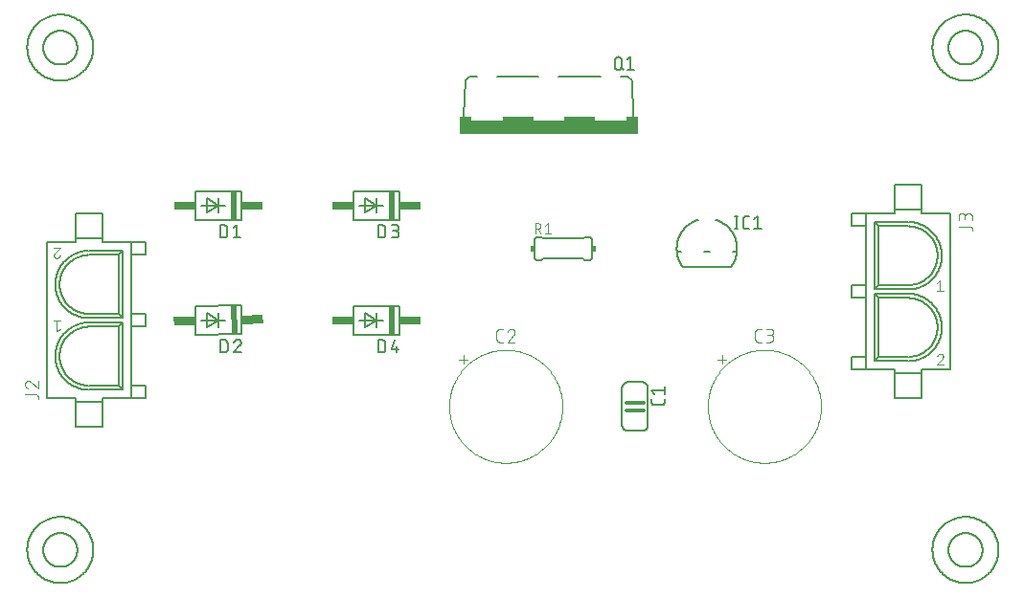
<source format=gbr>
G04 EAGLE Gerber RS-274X export*
G75*
%MOMM*%
%FSLAX34Y34*%
%LPD*%
%INSilkscreen Top*%
%IPPOS*%
%AMOC8*
5,1,8,0,0,1.08239X$1,22.5*%
G01*
%ADD10C,0.152400*%
%ADD11C,0.304800*%
%ADD12C,0.127000*%
%ADD13C,0.120000*%
%ADD14C,0.101600*%
%ADD15R,0.508000X2.540000*%
%ADD16R,1.905000X0.762000*%
%ADD17R,15.748000X1.143000*%
%ADD18R,1.016000X0.381000*%
%ADD19R,2.667000X0.381000*%
%ADD20C,0.203200*%
%ADD21R,0.381000X0.508000*%
%ADD22C,0.076200*%


D10*
X679450Y466090D02*
X692150Y466090D01*
X692290Y466088D01*
X692430Y466082D01*
X692570Y466073D01*
X692709Y466059D01*
X692848Y466042D01*
X692986Y466021D01*
X693124Y465996D01*
X693261Y465967D01*
X693397Y465935D01*
X693532Y465898D01*
X693666Y465858D01*
X693799Y465815D01*
X693931Y465767D01*
X694062Y465717D01*
X694191Y465662D01*
X694318Y465604D01*
X694444Y465543D01*
X694568Y465478D01*
X694690Y465409D01*
X694810Y465338D01*
X694928Y465263D01*
X695045Y465185D01*
X695159Y465103D01*
X695270Y465019D01*
X695379Y464931D01*
X695486Y464841D01*
X695591Y464747D01*
X695692Y464651D01*
X695791Y464552D01*
X695887Y464451D01*
X695981Y464346D01*
X696071Y464239D01*
X696159Y464130D01*
X696243Y464019D01*
X696325Y463905D01*
X696403Y463788D01*
X696478Y463670D01*
X696549Y463550D01*
X696618Y463428D01*
X696683Y463304D01*
X696744Y463178D01*
X696802Y463051D01*
X696857Y462922D01*
X696907Y462791D01*
X696955Y462659D01*
X696998Y462526D01*
X697038Y462392D01*
X697075Y462257D01*
X697107Y462121D01*
X697136Y461984D01*
X697161Y461846D01*
X697182Y461708D01*
X697199Y461569D01*
X697213Y461430D01*
X697222Y461290D01*
X697228Y461150D01*
X697230Y461010D01*
X679450Y466090D02*
X679310Y466088D01*
X679170Y466082D01*
X679030Y466073D01*
X678891Y466059D01*
X678752Y466042D01*
X678614Y466021D01*
X678476Y465996D01*
X678339Y465967D01*
X678203Y465935D01*
X678068Y465898D01*
X677934Y465858D01*
X677801Y465815D01*
X677669Y465767D01*
X677538Y465717D01*
X677409Y465662D01*
X677282Y465604D01*
X677156Y465543D01*
X677032Y465478D01*
X676910Y465409D01*
X676790Y465338D01*
X676672Y465263D01*
X676555Y465185D01*
X676441Y465103D01*
X676330Y465019D01*
X676221Y464931D01*
X676114Y464841D01*
X676009Y464747D01*
X675908Y464651D01*
X675809Y464552D01*
X675713Y464451D01*
X675619Y464346D01*
X675529Y464239D01*
X675441Y464130D01*
X675357Y464019D01*
X675275Y463905D01*
X675197Y463788D01*
X675122Y463670D01*
X675051Y463550D01*
X674982Y463428D01*
X674917Y463304D01*
X674856Y463178D01*
X674798Y463051D01*
X674743Y462922D01*
X674693Y462791D01*
X674645Y462659D01*
X674602Y462526D01*
X674562Y462392D01*
X674525Y462257D01*
X674493Y462121D01*
X674464Y461984D01*
X674439Y461846D01*
X674418Y461708D01*
X674401Y461569D01*
X674387Y461430D01*
X674378Y461290D01*
X674372Y461150D01*
X674370Y461010D01*
X697230Y461010D02*
X697230Y427990D01*
X692150Y422910D02*
X679450Y422910D01*
X674370Y427990D02*
X674370Y461010D01*
X697230Y427990D02*
X697228Y427850D01*
X697222Y427710D01*
X697213Y427570D01*
X697199Y427431D01*
X697182Y427292D01*
X697161Y427154D01*
X697136Y427016D01*
X697107Y426879D01*
X697075Y426743D01*
X697038Y426608D01*
X696998Y426474D01*
X696955Y426341D01*
X696907Y426209D01*
X696857Y426078D01*
X696802Y425949D01*
X696744Y425822D01*
X696683Y425696D01*
X696618Y425572D01*
X696549Y425450D01*
X696478Y425330D01*
X696403Y425212D01*
X696325Y425095D01*
X696243Y424981D01*
X696159Y424870D01*
X696071Y424761D01*
X695981Y424654D01*
X695887Y424549D01*
X695791Y424448D01*
X695692Y424349D01*
X695591Y424253D01*
X695486Y424159D01*
X695379Y424069D01*
X695270Y423981D01*
X695159Y423897D01*
X695045Y423815D01*
X694928Y423737D01*
X694810Y423662D01*
X694690Y423591D01*
X694568Y423522D01*
X694444Y423457D01*
X694318Y423396D01*
X694191Y423338D01*
X694062Y423283D01*
X693931Y423233D01*
X693799Y423185D01*
X693666Y423142D01*
X693532Y423102D01*
X693397Y423065D01*
X693261Y423033D01*
X693124Y423004D01*
X692986Y422979D01*
X692848Y422958D01*
X692709Y422941D01*
X692570Y422927D01*
X692430Y422918D01*
X692290Y422912D01*
X692150Y422910D01*
X679450Y422910D02*
X679310Y422912D01*
X679170Y422918D01*
X679030Y422927D01*
X678891Y422941D01*
X678752Y422958D01*
X678614Y422979D01*
X678476Y423004D01*
X678339Y423033D01*
X678203Y423065D01*
X678068Y423102D01*
X677934Y423142D01*
X677801Y423185D01*
X677669Y423233D01*
X677538Y423283D01*
X677409Y423338D01*
X677282Y423396D01*
X677156Y423457D01*
X677032Y423522D01*
X676910Y423591D01*
X676790Y423662D01*
X676672Y423737D01*
X676555Y423815D01*
X676441Y423897D01*
X676330Y423981D01*
X676221Y424069D01*
X676114Y424159D01*
X676009Y424253D01*
X675908Y424349D01*
X675809Y424448D01*
X675713Y424549D01*
X675619Y424654D01*
X675529Y424761D01*
X675441Y424870D01*
X675357Y424981D01*
X675275Y425095D01*
X675197Y425212D01*
X675122Y425330D01*
X675051Y425450D01*
X674982Y425572D01*
X674917Y425696D01*
X674856Y425822D01*
X674798Y425949D01*
X674743Y426078D01*
X674693Y426209D01*
X674645Y426341D01*
X674602Y426474D01*
X674562Y426608D01*
X674525Y426743D01*
X674493Y426879D01*
X674464Y427016D01*
X674439Y427154D01*
X674418Y427292D01*
X674401Y427431D01*
X674387Y427570D01*
X674378Y427710D01*
X674372Y427850D01*
X674370Y427990D01*
D11*
X678180Y447548D02*
X693420Y447548D01*
X693420Y441198D02*
X678180Y441198D01*
D12*
X711835Y448273D02*
X711835Y450813D01*
X711835Y448273D02*
X711833Y448173D01*
X711827Y448074D01*
X711817Y447974D01*
X711804Y447876D01*
X711786Y447777D01*
X711765Y447680D01*
X711740Y447584D01*
X711711Y447488D01*
X711678Y447394D01*
X711642Y447301D01*
X711602Y447210D01*
X711558Y447120D01*
X711511Y447032D01*
X711461Y446946D01*
X711407Y446862D01*
X711350Y446780D01*
X711290Y446701D01*
X711226Y446623D01*
X711160Y446549D01*
X711091Y446477D01*
X711019Y446408D01*
X710945Y446342D01*
X710867Y446278D01*
X710788Y446218D01*
X710706Y446161D01*
X710622Y446107D01*
X710536Y446057D01*
X710448Y446010D01*
X710358Y445966D01*
X710267Y445926D01*
X710174Y445890D01*
X710080Y445857D01*
X709984Y445828D01*
X709888Y445803D01*
X709791Y445782D01*
X709692Y445764D01*
X709594Y445751D01*
X709494Y445741D01*
X709395Y445735D01*
X709295Y445733D01*
X702945Y445733D01*
X702845Y445735D01*
X702746Y445741D01*
X702646Y445751D01*
X702548Y445764D01*
X702449Y445782D01*
X702352Y445803D01*
X702256Y445828D01*
X702160Y445857D01*
X702066Y445890D01*
X701973Y445926D01*
X701882Y445966D01*
X701792Y446010D01*
X701704Y446057D01*
X701618Y446107D01*
X701534Y446161D01*
X701452Y446218D01*
X701373Y446278D01*
X701295Y446342D01*
X701221Y446408D01*
X701149Y446477D01*
X701080Y446549D01*
X701014Y446623D01*
X700950Y446701D01*
X700890Y446780D01*
X700833Y446862D01*
X700779Y446946D01*
X700729Y447032D01*
X700682Y447120D01*
X700638Y447210D01*
X700598Y447301D01*
X700562Y447394D01*
X700529Y447488D01*
X700500Y447584D01*
X700475Y447680D01*
X700454Y447777D01*
X700436Y447876D01*
X700423Y447974D01*
X700413Y448074D01*
X700407Y448173D01*
X700405Y448273D01*
X700405Y450813D01*
X702945Y455295D02*
X700405Y458470D01*
X711835Y458470D01*
X711835Y455295D02*
X711835Y461645D01*
D13*
X521500Y444500D02*
X521515Y445727D01*
X521560Y446953D01*
X521635Y448178D01*
X521741Y449401D01*
X521876Y450621D01*
X522041Y451837D01*
X522236Y453048D01*
X522461Y454255D01*
X522715Y455455D01*
X522998Y456649D01*
X523311Y457836D01*
X523653Y459014D01*
X524024Y460184D01*
X524423Y461344D01*
X524850Y462495D01*
X525306Y463634D01*
X525790Y464762D01*
X526301Y465878D01*
X526839Y466981D01*
X527404Y468070D01*
X527996Y469145D01*
X528614Y470205D01*
X529257Y471250D01*
X529927Y472279D01*
X530621Y473290D01*
X531340Y474285D01*
X532083Y475262D01*
X532849Y476220D01*
X533640Y477159D01*
X534452Y478078D01*
X535288Y478977D01*
X536145Y479855D01*
X537023Y480712D01*
X537922Y481548D01*
X538841Y482360D01*
X539780Y483151D01*
X540738Y483917D01*
X541715Y484660D01*
X542710Y485379D01*
X543721Y486073D01*
X544750Y486743D01*
X545795Y487386D01*
X546855Y488004D01*
X547930Y488596D01*
X549019Y489161D01*
X550122Y489699D01*
X551238Y490210D01*
X552366Y490694D01*
X553505Y491150D01*
X554656Y491577D01*
X555816Y491976D01*
X556986Y492347D01*
X558164Y492689D01*
X559351Y493002D01*
X560545Y493285D01*
X561745Y493539D01*
X562952Y493764D01*
X564163Y493959D01*
X565379Y494124D01*
X566599Y494259D01*
X567822Y494365D01*
X569047Y494440D01*
X570273Y494485D01*
X571500Y494500D01*
X572727Y494485D01*
X573953Y494440D01*
X575178Y494365D01*
X576401Y494259D01*
X577621Y494124D01*
X578837Y493959D01*
X580048Y493764D01*
X581255Y493539D01*
X582455Y493285D01*
X583649Y493002D01*
X584836Y492689D01*
X586014Y492347D01*
X587184Y491976D01*
X588344Y491577D01*
X589495Y491150D01*
X590634Y490694D01*
X591762Y490210D01*
X592878Y489699D01*
X593981Y489161D01*
X595070Y488596D01*
X596145Y488004D01*
X597205Y487386D01*
X598250Y486743D01*
X599279Y486073D01*
X600290Y485379D01*
X601285Y484660D01*
X602262Y483917D01*
X603220Y483151D01*
X604159Y482360D01*
X605078Y481548D01*
X605977Y480712D01*
X606855Y479855D01*
X607712Y478977D01*
X608548Y478078D01*
X609360Y477159D01*
X610151Y476220D01*
X610917Y475262D01*
X611660Y474285D01*
X612379Y473290D01*
X613073Y472279D01*
X613743Y471250D01*
X614386Y470205D01*
X615004Y469145D01*
X615596Y468070D01*
X616161Y466981D01*
X616699Y465878D01*
X617210Y464762D01*
X617694Y463634D01*
X618150Y462495D01*
X618577Y461344D01*
X618976Y460184D01*
X619347Y459014D01*
X619689Y457836D01*
X620002Y456649D01*
X620285Y455455D01*
X620539Y454255D01*
X620764Y453048D01*
X620959Y451837D01*
X621124Y450621D01*
X621259Y449401D01*
X621365Y448178D01*
X621440Y446953D01*
X621485Y445727D01*
X621500Y444500D01*
X621485Y443273D01*
X621440Y442047D01*
X621365Y440822D01*
X621259Y439599D01*
X621124Y438379D01*
X620959Y437163D01*
X620764Y435952D01*
X620539Y434745D01*
X620285Y433545D01*
X620002Y432351D01*
X619689Y431164D01*
X619347Y429986D01*
X618976Y428816D01*
X618577Y427656D01*
X618150Y426505D01*
X617694Y425366D01*
X617210Y424238D01*
X616699Y423122D01*
X616161Y422019D01*
X615596Y420930D01*
X615004Y419855D01*
X614386Y418795D01*
X613743Y417750D01*
X613073Y416721D01*
X612379Y415710D01*
X611660Y414715D01*
X610917Y413738D01*
X610151Y412780D01*
X609360Y411841D01*
X608548Y410922D01*
X607712Y410023D01*
X606855Y409145D01*
X605977Y408288D01*
X605078Y407452D01*
X604159Y406640D01*
X603220Y405849D01*
X602262Y405083D01*
X601285Y404340D01*
X600290Y403621D01*
X599279Y402927D01*
X598250Y402257D01*
X597205Y401614D01*
X596145Y400996D01*
X595070Y400404D01*
X593981Y399839D01*
X592878Y399301D01*
X591762Y398790D01*
X590634Y398306D01*
X589495Y397850D01*
X588344Y397423D01*
X587184Y397024D01*
X586014Y396653D01*
X584836Y396311D01*
X583649Y395998D01*
X582455Y395715D01*
X581255Y395461D01*
X580048Y395236D01*
X578837Y395041D01*
X577621Y394876D01*
X576401Y394741D01*
X575178Y394635D01*
X573953Y394560D01*
X572727Y394515D01*
X571500Y394500D01*
X570273Y394515D01*
X569047Y394560D01*
X567822Y394635D01*
X566599Y394741D01*
X565379Y394876D01*
X564163Y395041D01*
X562952Y395236D01*
X561745Y395461D01*
X560545Y395715D01*
X559351Y395998D01*
X558164Y396311D01*
X556986Y396653D01*
X555816Y397024D01*
X554656Y397423D01*
X553505Y397850D01*
X552366Y398306D01*
X551238Y398790D01*
X550122Y399301D01*
X549019Y399839D01*
X547930Y400404D01*
X546855Y400996D01*
X545795Y401614D01*
X544750Y402257D01*
X543721Y402927D01*
X542710Y403621D01*
X541715Y404340D01*
X540738Y405083D01*
X539780Y405849D01*
X538841Y406640D01*
X537922Y407452D01*
X537023Y408288D01*
X536145Y409145D01*
X535288Y410023D01*
X534452Y410922D01*
X533640Y411841D01*
X532849Y412780D01*
X532083Y413738D01*
X531340Y414715D01*
X530621Y415710D01*
X529927Y416721D01*
X529257Y417750D01*
X528614Y418795D01*
X527996Y419855D01*
X527404Y420930D01*
X526839Y422019D01*
X526301Y423122D01*
X525790Y424238D01*
X525306Y425366D01*
X524850Y426505D01*
X524423Y427656D01*
X524024Y428816D01*
X523653Y429986D01*
X523311Y431164D01*
X522998Y432351D01*
X522715Y433545D01*
X522461Y434745D01*
X522236Y435952D01*
X522041Y437163D01*
X521876Y438379D01*
X521741Y439599D01*
X521635Y440822D01*
X521560Y442047D01*
X521515Y443273D01*
X521500Y444500D01*
X530175Y485826D02*
X537675Y485826D01*
X533925Y489576D02*
X533925Y482076D01*
D14*
X566072Y501358D02*
X568668Y501358D01*
X566072Y501358D02*
X565973Y501360D01*
X565873Y501366D01*
X565774Y501375D01*
X565676Y501388D01*
X565578Y501405D01*
X565480Y501426D01*
X565384Y501451D01*
X565289Y501479D01*
X565195Y501511D01*
X565102Y501546D01*
X565010Y501585D01*
X564920Y501628D01*
X564832Y501673D01*
X564745Y501723D01*
X564661Y501775D01*
X564578Y501831D01*
X564498Y501889D01*
X564420Y501951D01*
X564345Y502016D01*
X564272Y502084D01*
X564202Y502154D01*
X564134Y502227D01*
X564069Y502302D01*
X564007Y502380D01*
X563949Y502460D01*
X563893Y502543D01*
X563841Y502627D01*
X563791Y502714D01*
X563746Y502802D01*
X563703Y502892D01*
X563664Y502984D01*
X563629Y503077D01*
X563597Y503171D01*
X563569Y503266D01*
X563544Y503362D01*
X563523Y503460D01*
X563506Y503558D01*
X563493Y503656D01*
X563484Y503755D01*
X563478Y503855D01*
X563476Y503954D01*
X563475Y503954D02*
X563475Y510446D01*
X563476Y510446D02*
X563478Y510545D01*
X563484Y510645D01*
X563493Y510744D01*
X563506Y510842D01*
X563523Y510940D01*
X563544Y511038D01*
X563569Y511134D01*
X563597Y511229D01*
X563629Y511323D01*
X563664Y511416D01*
X563703Y511508D01*
X563746Y511598D01*
X563791Y511686D01*
X563841Y511773D01*
X563893Y511857D01*
X563949Y511940D01*
X564007Y512020D01*
X564069Y512098D01*
X564134Y512173D01*
X564202Y512246D01*
X564272Y512316D01*
X564345Y512384D01*
X564420Y512449D01*
X564498Y512511D01*
X564578Y512569D01*
X564661Y512625D01*
X564745Y512677D01*
X564832Y512727D01*
X564920Y512772D01*
X565010Y512815D01*
X565102Y512854D01*
X565194Y512889D01*
X565289Y512921D01*
X565384Y512949D01*
X565480Y512974D01*
X565578Y512995D01*
X565676Y513012D01*
X565774Y513025D01*
X565873Y513034D01*
X565973Y513040D01*
X566072Y513042D01*
X568668Y513042D01*
X576604Y513042D02*
X576711Y513040D01*
X576817Y513034D01*
X576923Y513024D01*
X577029Y513011D01*
X577135Y512993D01*
X577239Y512972D01*
X577343Y512947D01*
X577446Y512918D01*
X577547Y512886D01*
X577647Y512849D01*
X577746Y512809D01*
X577844Y512766D01*
X577940Y512719D01*
X578034Y512668D01*
X578126Y512614D01*
X578216Y512557D01*
X578304Y512497D01*
X578389Y512433D01*
X578472Y512366D01*
X578553Y512296D01*
X578631Y512224D01*
X578707Y512148D01*
X578779Y512070D01*
X578849Y511989D01*
X578916Y511906D01*
X578980Y511821D01*
X579040Y511733D01*
X579097Y511643D01*
X579151Y511551D01*
X579202Y511457D01*
X579249Y511361D01*
X579292Y511263D01*
X579332Y511164D01*
X579369Y511064D01*
X579401Y510963D01*
X579430Y510860D01*
X579455Y510756D01*
X579476Y510652D01*
X579494Y510546D01*
X579507Y510440D01*
X579517Y510334D01*
X579523Y510228D01*
X579525Y510121D01*
X576604Y513042D02*
X576483Y513040D01*
X576362Y513034D01*
X576242Y513024D01*
X576121Y513011D01*
X576002Y512993D01*
X575882Y512972D01*
X575764Y512947D01*
X575647Y512918D01*
X575530Y512885D01*
X575415Y512849D01*
X575301Y512808D01*
X575188Y512765D01*
X575076Y512717D01*
X574967Y512666D01*
X574859Y512611D01*
X574752Y512553D01*
X574648Y512492D01*
X574546Y512427D01*
X574446Y512359D01*
X574348Y512288D01*
X574252Y512214D01*
X574159Y512137D01*
X574069Y512056D01*
X573981Y511973D01*
X573896Y511887D01*
X573813Y511798D01*
X573734Y511707D01*
X573657Y511613D01*
X573584Y511517D01*
X573514Y511419D01*
X573447Y511318D01*
X573383Y511215D01*
X573323Y511110D01*
X573266Y511003D01*
X573212Y510895D01*
X573162Y510785D01*
X573116Y510673D01*
X573073Y510560D01*
X573034Y510445D01*
X578551Y507849D02*
X578630Y507926D01*
X578706Y508007D01*
X578779Y508090D01*
X578849Y508175D01*
X578916Y508263D01*
X578980Y508353D01*
X579040Y508445D01*
X579097Y508540D01*
X579151Y508636D01*
X579202Y508734D01*
X579249Y508834D01*
X579293Y508936D01*
X579333Y509039D01*
X579369Y509143D01*
X579401Y509249D01*
X579430Y509355D01*
X579455Y509463D01*
X579477Y509571D01*
X579494Y509681D01*
X579508Y509790D01*
X579517Y509900D01*
X579523Y510011D01*
X579525Y510121D01*
X578551Y507849D02*
X573034Y501358D01*
X579525Y501358D01*
D13*
X750100Y444500D02*
X750115Y445727D01*
X750160Y446953D01*
X750235Y448178D01*
X750341Y449401D01*
X750476Y450621D01*
X750641Y451837D01*
X750836Y453048D01*
X751061Y454255D01*
X751315Y455455D01*
X751598Y456649D01*
X751911Y457836D01*
X752253Y459014D01*
X752624Y460184D01*
X753023Y461344D01*
X753450Y462495D01*
X753906Y463634D01*
X754390Y464762D01*
X754901Y465878D01*
X755439Y466981D01*
X756004Y468070D01*
X756596Y469145D01*
X757214Y470205D01*
X757857Y471250D01*
X758527Y472279D01*
X759221Y473290D01*
X759940Y474285D01*
X760683Y475262D01*
X761449Y476220D01*
X762240Y477159D01*
X763052Y478078D01*
X763888Y478977D01*
X764745Y479855D01*
X765623Y480712D01*
X766522Y481548D01*
X767441Y482360D01*
X768380Y483151D01*
X769338Y483917D01*
X770315Y484660D01*
X771310Y485379D01*
X772321Y486073D01*
X773350Y486743D01*
X774395Y487386D01*
X775455Y488004D01*
X776530Y488596D01*
X777619Y489161D01*
X778722Y489699D01*
X779838Y490210D01*
X780966Y490694D01*
X782105Y491150D01*
X783256Y491577D01*
X784416Y491976D01*
X785586Y492347D01*
X786764Y492689D01*
X787951Y493002D01*
X789145Y493285D01*
X790345Y493539D01*
X791552Y493764D01*
X792763Y493959D01*
X793979Y494124D01*
X795199Y494259D01*
X796422Y494365D01*
X797647Y494440D01*
X798873Y494485D01*
X800100Y494500D01*
X801327Y494485D01*
X802553Y494440D01*
X803778Y494365D01*
X805001Y494259D01*
X806221Y494124D01*
X807437Y493959D01*
X808648Y493764D01*
X809855Y493539D01*
X811055Y493285D01*
X812249Y493002D01*
X813436Y492689D01*
X814614Y492347D01*
X815784Y491976D01*
X816944Y491577D01*
X818095Y491150D01*
X819234Y490694D01*
X820362Y490210D01*
X821478Y489699D01*
X822581Y489161D01*
X823670Y488596D01*
X824745Y488004D01*
X825805Y487386D01*
X826850Y486743D01*
X827879Y486073D01*
X828890Y485379D01*
X829885Y484660D01*
X830862Y483917D01*
X831820Y483151D01*
X832759Y482360D01*
X833678Y481548D01*
X834577Y480712D01*
X835455Y479855D01*
X836312Y478977D01*
X837148Y478078D01*
X837960Y477159D01*
X838751Y476220D01*
X839517Y475262D01*
X840260Y474285D01*
X840979Y473290D01*
X841673Y472279D01*
X842343Y471250D01*
X842986Y470205D01*
X843604Y469145D01*
X844196Y468070D01*
X844761Y466981D01*
X845299Y465878D01*
X845810Y464762D01*
X846294Y463634D01*
X846750Y462495D01*
X847177Y461344D01*
X847576Y460184D01*
X847947Y459014D01*
X848289Y457836D01*
X848602Y456649D01*
X848885Y455455D01*
X849139Y454255D01*
X849364Y453048D01*
X849559Y451837D01*
X849724Y450621D01*
X849859Y449401D01*
X849965Y448178D01*
X850040Y446953D01*
X850085Y445727D01*
X850100Y444500D01*
X850085Y443273D01*
X850040Y442047D01*
X849965Y440822D01*
X849859Y439599D01*
X849724Y438379D01*
X849559Y437163D01*
X849364Y435952D01*
X849139Y434745D01*
X848885Y433545D01*
X848602Y432351D01*
X848289Y431164D01*
X847947Y429986D01*
X847576Y428816D01*
X847177Y427656D01*
X846750Y426505D01*
X846294Y425366D01*
X845810Y424238D01*
X845299Y423122D01*
X844761Y422019D01*
X844196Y420930D01*
X843604Y419855D01*
X842986Y418795D01*
X842343Y417750D01*
X841673Y416721D01*
X840979Y415710D01*
X840260Y414715D01*
X839517Y413738D01*
X838751Y412780D01*
X837960Y411841D01*
X837148Y410922D01*
X836312Y410023D01*
X835455Y409145D01*
X834577Y408288D01*
X833678Y407452D01*
X832759Y406640D01*
X831820Y405849D01*
X830862Y405083D01*
X829885Y404340D01*
X828890Y403621D01*
X827879Y402927D01*
X826850Y402257D01*
X825805Y401614D01*
X824745Y400996D01*
X823670Y400404D01*
X822581Y399839D01*
X821478Y399301D01*
X820362Y398790D01*
X819234Y398306D01*
X818095Y397850D01*
X816944Y397423D01*
X815784Y397024D01*
X814614Y396653D01*
X813436Y396311D01*
X812249Y395998D01*
X811055Y395715D01*
X809855Y395461D01*
X808648Y395236D01*
X807437Y395041D01*
X806221Y394876D01*
X805001Y394741D01*
X803778Y394635D01*
X802553Y394560D01*
X801327Y394515D01*
X800100Y394500D01*
X798873Y394515D01*
X797647Y394560D01*
X796422Y394635D01*
X795199Y394741D01*
X793979Y394876D01*
X792763Y395041D01*
X791552Y395236D01*
X790345Y395461D01*
X789145Y395715D01*
X787951Y395998D01*
X786764Y396311D01*
X785586Y396653D01*
X784416Y397024D01*
X783256Y397423D01*
X782105Y397850D01*
X780966Y398306D01*
X779838Y398790D01*
X778722Y399301D01*
X777619Y399839D01*
X776530Y400404D01*
X775455Y400996D01*
X774395Y401614D01*
X773350Y402257D01*
X772321Y402927D01*
X771310Y403621D01*
X770315Y404340D01*
X769338Y405083D01*
X768380Y405849D01*
X767441Y406640D01*
X766522Y407452D01*
X765623Y408288D01*
X764745Y409145D01*
X763888Y410023D01*
X763052Y410922D01*
X762240Y411841D01*
X761449Y412780D01*
X760683Y413738D01*
X759940Y414715D01*
X759221Y415710D01*
X758527Y416721D01*
X757857Y417750D01*
X757214Y418795D01*
X756596Y419855D01*
X756004Y420930D01*
X755439Y422019D01*
X754901Y423122D01*
X754390Y424238D01*
X753906Y425366D01*
X753450Y426505D01*
X753023Y427656D01*
X752624Y428816D01*
X752253Y429986D01*
X751911Y431164D01*
X751598Y432351D01*
X751315Y433545D01*
X751061Y434745D01*
X750836Y435952D01*
X750641Y437163D01*
X750476Y438379D01*
X750341Y439599D01*
X750235Y440822D01*
X750160Y442047D01*
X750115Y443273D01*
X750100Y444500D01*
X758775Y485826D02*
X766275Y485826D01*
X762525Y489576D02*
X762525Y482076D01*
D14*
X794672Y501358D02*
X797268Y501358D01*
X794672Y501358D02*
X794573Y501360D01*
X794473Y501366D01*
X794374Y501375D01*
X794276Y501388D01*
X794178Y501405D01*
X794080Y501426D01*
X793984Y501451D01*
X793889Y501479D01*
X793795Y501511D01*
X793702Y501546D01*
X793610Y501585D01*
X793520Y501628D01*
X793432Y501673D01*
X793345Y501723D01*
X793261Y501775D01*
X793178Y501831D01*
X793098Y501889D01*
X793020Y501951D01*
X792945Y502016D01*
X792872Y502084D01*
X792802Y502154D01*
X792734Y502227D01*
X792669Y502302D01*
X792607Y502380D01*
X792549Y502460D01*
X792493Y502543D01*
X792441Y502627D01*
X792391Y502714D01*
X792346Y502802D01*
X792303Y502892D01*
X792264Y502984D01*
X792229Y503077D01*
X792197Y503171D01*
X792169Y503266D01*
X792144Y503362D01*
X792123Y503460D01*
X792106Y503558D01*
X792093Y503656D01*
X792084Y503755D01*
X792078Y503855D01*
X792076Y503954D01*
X792075Y503954D02*
X792075Y510446D01*
X792076Y510446D02*
X792078Y510545D01*
X792084Y510645D01*
X792093Y510744D01*
X792106Y510842D01*
X792123Y510940D01*
X792144Y511038D01*
X792169Y511134D01*
X792197Y511229D01*
X792229Y511323D01*
X792264Y511416D01*
X792303Y511508D01*
X792346Y511598D01*
X792391Y511686D01*
X792441Y511773D01*
X792493Y511857D01*
X792549Y511940D01*
X792607Y512020D01*
X792669Y512098D01*
X792734Y512173D01*
X792802Y512246D01*
X792872Y512316D01*
X792945Y512384D01*
X793020Y512449D01*
X793098Y512511D01*
X793178Y512569D01*
X793261Y512625D01*
X793345Y512677D01*
X793432Y512727D01*
X793520Y512772D01*
X793610Y512815D01*
X793702Y512854D01*
X793794Y512889D01*
X793889Y512921D01*
X793984Y512949D01*
X794080Y512974D01*
X794178Y512995D01*
X794276Y513012D01*
X794374Y513025D01*
X794473Y513034D01*
X794573Y513040D01*
X794672Y513042D01*
X797268Y513042D01*
X801634Y501358D02*
X804879Y501358D01*
X804992Y501360D01*
X805105Y501366D01*
X805218Y501376D01*
X805331Y501390D01*
X805443Y501407D01*
X805554Y501429D01*
X805664Y501454D01*
X805774Y501484D01*
X805882Y501517D01*
X805989Y501554D01*
X806095Y501594D01*
X806199Y501639D01*
X806302Y501687D01*
X806403Y501738D01*
X806502Y501793D01*
X806599Y501851D01*
X806694Y501913D01*
X806787Y501978D01*
X806877Y502046D01*
X806965Y502117D01*
X807051Y502192D01*
X807134Y502269D01*
X807214Y502349D01*
X807291Y502432D01*
X807366Y502518D01*
X807437Y502606D01*
X807505Y502696D01*
X807570Y502789D01*
X807632Y502884D01*
X807690Y502981D01*
X807745Y503080D01*
X807796Y503181D01*
X807844Y503284D01*
X807889Y503388D01*
X807929Y503494D01*
X807966Y503601D01*
X807999Y503709D01*
X808029Y503819D01*
X808054Y503929D01*
X808076Y504040D01*
X808093Y504152D01*
X808107Y504265D01*
X808117Y504378D01*
X808123Y504491D01*
X808125Y504604D01*
X808123Y504717D01*
X808117Y504830D01*
X808107Y504943D01*
X808093Y505056D01*
X808076Y505168D01*
X808054Y505279D01*
X808029Y505389D01*
X807999Y505499D01*
X807966Y505607D01*
X807929Y505714D01*
X807889Y505820D01*
X807844Y505924D01*
X807796Y506027D01*
X807745Y506128D01*
X807690Y506227D01*
X807632Y506324D01*
X807570Y506419D01*
X807505Y506512D01*
X807437Y506602D01*
X807366Y506690D01*
X807291Y506776D01*
X807214Y506859D01*
X807134Y506939D01*
X807051Y507016D01*
X806965Y507091D01*
X806877Y507162D01*
X806787Y507230D01*
X806694Y507295D01*
X806599Y507357D01*
X806502Y507415D01*
X806403Y507470D01*
X806302Y507521D01*
X806199Y507569D01*
X806095Y507614D01*
X805989Y507654D01*
X805882Y507691D01*
X805774Y507724D01*
X805664Y507754D01*
X805554Y507779D01*
X805443Y507801D01*
X805331Y507818D01*
X805218Y507832D01*
X805105Y507842D01*
X804992Y507848D01*
X804879Y507850D01*
X805528Y513042D02*
X801634Y513042D01*
X805528Y513042D02*
X805629Y513040D01*
X805729Y513034D01*
X805829Y513024D01*
X805929Y513011D01*
X806028Y512993D01*
X806127Y512972D01*
X806224Y512947D01*
X806321Y512918D01*
X806416Y512885D01*
X806510Y512849D01*
X806602Y512809D01*
X806693Y512766D01*
X806782Y512719D01*
X806869Y512669D01*
X806955Y512615D01*
X807038Y512558D01*
X807118Y512498D01*
X807197Y512435D01*
X807273Y512368D01*
X807346Y512299D01*
X807416Y512227D01*
X807484Y512153D01*
X807549Y512076D01*
X807610Y511996D01*
X807669Y511914D01*
X807724Y511830D01*
X807776Y511744D01*
X807825Y511656D01*
X807870Y511566D01*
X807912Y511474D01*
X807950Y511381D01*
X807984Y511286D01*
X808015Y511191D01*
X808042Y511094D01*
X808065Y510996D01*
X808085Y510897D01*
X808100Y510797D01*
X808112Y510697D01*
X808120Y510597D01*
X808124Y510496D01*
X808124Y510396D01*
X808120Y510295D01*
X808112Y510195D01*
X808100Y510095D01*
X808085Y509995D01*
X808065Y509896D01*
X808042Y509798D01*
X808015Y509701D01*
X807984Y509606D01*
X807950Y509511D01*
X807912Y509418D01*
X807870Y509326D01*
X807825Y509236D01*
X807776Y509148D01*
X807724Y509062D01*
X807669Y508978D01*
X807610Y508896D01*
X807549Y508816D01*
X807484Y508739D01*
X807416Y508665D01*
X807346Y508593D01*
X807273Y508524D01*
X807197Y508457D01*
X807118Y508394D01*
X807038Y508334D01*
X806955Y508277D01*
X806869Y508223D01*
X806782Y508173D01*
X806693Y508126D01*
X806602Y508083D01*
X806510Y508043D01*
X806416Y508007D01*
X806321Y507974D01*
X806224Y507945D01*
X806127Y507920D01*
X806028Y507899D01*
X805929Y507881D01*
X805829Y507868D01*
X805729Y507858D01*
X805629Y507852D01*
X805528Y507850D01*
X805528Y507849D02*
X802932Y507849D01*
D10*
X337820Y635000D02*
X297180Y635000D01*
X297180Y609600D01*
X337820Y609600D01*
X337820Y635000D01*
X323850Y622300D02*
X317500Y622300D01*
X307340Y615950D02*
X307340Y628650D01*
X317500Y622300D01*
X302260Y622300D01*
X307340Y615950D02*
X317500Y622300D01*
X317500Y615950D01*
X317500Y622300D02*
X317500Y628650D01*
D15*
X331470Y622300D03*
D16*
X287655Y622300D03*
X347345Y622300D03*
D12*
X319024Y605155D02*
X319024Y593725D01*
X319024Y605155D02*
X322199Y605155D01*
X322310Y605153D01*
X322420Y605147D01*
X322531Y605138D01*
X322641Y605124D01*
X322750Y605107D01*
X322859Y605086D01*
X322967Y605061D01*
X323074Y605032D01*
X323180Y605000D01*
X323285Y604964D01*
X323388Y604924D01*
X323490Y604881D01*
X323591Y604834D01*
X323690Y604783D01*
X323787Y604730D01*
X323881Y604673D01*
X323974Y604612D01*
X324065Y604549D01*
X324154Y604482D01*
X324240Y604412D01*
X324323Y604339D01*
X324405Y604264D01*
X324483Y604186D01*
X324558Y604104D01*
X324631Y604021D01*
X324701Y603935D01*
X324768Y603846D01*
X324831Y603755D01*
X324892Y603662D01*
X324949Y603568D01*
X325002Y603471D01*
X325053Y603372D01*
X325100Y603271D01*
X325143Y603169D01*
X325183Y603066D01*
X325219Y602961D01*
X325251Y602855D01*
X325280Y602748D01*
X325305Y602640D01*
X325326Y602531D01*
X325343Y602422D01*
X325357Y602312D01*
X325366Y602201D01*
X325372Y602091D01*
X325374Y601980D01*
X325374Y596900D01*
X325372Y596789D01*
X325366Y596679D01*
X325357Y596568D01*
X325343Y596458D01*
X325326Y596349D01*
X325305Y596240D01*
X325280Y596132D01*
X325251Y596025D01*
X325219Y595919D01*
X325183Y595814D01*
X325143Y595711D01*
X325100Y595609D01*
X325053Y595508D01*
X325002Y595409D01*
X324949Y595313D01*
X324892Y595218D01*
X324831Y595125D01*
X324768Y595034D01*
X324701Y594945D01*
X324631Y594859D01*
X324558Y594776D01*
X324483Y594694D01*
X324405Y594616D01*
X324323Y594541D01*
X324240Y594468D01*
X324154Y594398D01*
X324065Y594331D01*
X323974Y594268D01*
X323881Y594207D01*
X323787Y594150D01*
X323690Y594097D01*
X323591Y594046D01*
X323490Y593999D01*
X323388Y593956D01*
X323285Y593916D01*
X323180Y593880D01*
X323074Y593848D01*
X322967Y593819D01*
X322859Y593794D01*
X322750Y593773D01*
X322641Y593756D01*
X322531Y593742D01*
X322420Y593733D01*
X322310Y593727D01*
X322199Y593725D01*
X319024Y593725D01*
X330835Y602615D02*
X334010Y605155D01*
X334010Y593725D01*
X330835Y593725D02*
X337185Y593725D01*
D10*
X337618Y533718D02*
X296983Y533079D01*
X297382Y507682D01*
X338017Y508321D01*
X337618Y533718D01*
X323849Y520800D02*
X317500Y520700D01*
X307242Y526890D02*
X307441Y514191D01*
X317500Y520700D02*
X307242Y526890D01*
X302262Y520461D02*
X317500Y520700D01*
X307441Y514191D01*
X317600Y514351D02*
X317500Y520700D01*
X317400Y527049D01*
D15*
G36*
X328729Y533577D02*
X333808Y533657D01*
X334207Y508261D01*
X329128Y508181D01*
X328729Y533577D01*
G37*
D16*
G36*
X278076Y523890D02*
X297122Y524190D01*
X297242Y516572D01*
X278196Y516272D01*
X278076Y523890D01*
G37*
G36*
X337758Y524828D02*
X356804Y525128D01*
X356924Y517510D01*
X337878Y517210D01*
X337758Y524828D01*
G37*
D12*
X319293Y503581D02*
X319473Y492152D01*
X319293Y503581D02*
X322468Y503631D01*
X322467Y503631D02*
X322578Y503630D01*
X322689Y503626D01*
X322799Y503618D01*
X322909Y503607D01*
X323019Y503591D01*
X323128Y503572D01*
X323237Y503548D01*
X323344Y503521D01*
X323451Y503491D01*
X323556Y503456D01*
X323660Y503418D01*
X323763Y503376D01*
X323864Y503331D01*
X323963Y503282D01*
X324061Y503230D01*
X324157Y503175D01*
X324251Y503116D01*
X324343Y503054D01*
X324432Y502988D01*
X324519Y502920D01*
X324604Y502849D01*
X324686Y502774D01*
X324766Y502697D01*
X324843Y502617D01*
X324917Y502535D01*
X324988Y502450D01*
X325056Y502362D01*
X325121Y502273D01*
X325183Y502181D01*
X325241Y502086D01*
X325297Y501990D01*
X325348Y501892D01*
X325397Y501793D01*
X325442Y501691D01*
X325483Y501589D01*
X325521Y501484D01*
X325555Y501379D01*
X325585Y501272D01*
X325612Y501165D01*
X325635Y501056D01*
X325654Y500947D01*
X325669Y500837D01*
X325680Y500727D01*
X325688Y500617D01*
X325692Y500506D01*
X325772Y495427D01*
X325771Y495316D01*
X325767Y495205D01*
X325759Y495095D01*
X325748Y494985D01*
X325732Y494875D01*
X325713Y494766D01*
X325689Y494657D01*
X325662Y494550D01*
X325632Y494443D01*
X325597Y494338D01*
X325559Y494234D01*
X325517Y494131D01*
X325472Y494030D01*
X325423Y493931D01*
X325371Y493833D01*
X325316Y493737D01*
X325257Y493643D01*
X325195Y493551D01*
X325129Y493462D01*
X325061Y493375D01*
X324990Y493290D01*
X324915Y493208D01*
X324838Y493128D01*
X324758Y493051D01*
X324676Y492977D01*
X324591Y492906D01*
X324503Y492838D01*
X324414Y492773D01*
X324322Y492711D01*
X324227Y492653D01*
X324131Y492597D01*
X324033Y492546D01*
X323934Y492497D01*
X323832Y492452D01*
X323730Y492411D01*
X323625Y492373D01*
X323520Y492339D01*
X323413Y492309D01*
X323306Y492282D01*
X323197Y492259D01*
X323088Y492240D01*
X322978Y492225D01*
X322868Y492214D01*
X322758Y492206D01*
X322647Y492202D01*
X319473Y492152D01*
X334595Y503821D02*
X334699Y503820D01*
X334804Y503816D01*
X334908Y503808D01*
X335011Y503797D01*
X335115Y503781D01*
X335217Y503762D01*
X335319Y503739D01*
X335420Y503712D01*
X335520Y503682D01*
X335619Y503648D01*
X335716Y503611D01*
X335812Y503570D01*
X335906Y503525D01*
X335999Y503477D01*
X336090Y503426D01*
X336179Y503371D01*
X336266Y503313D01*
X336350Y503252D01*
X336433Y503188D01*
X336513Y503121D01*
X336590Y503052D01*
X336665Y502979D01*
X336738Y502904D01*
X336807Y502826D01*
X336874Y502745D01*
X336937Y502663D01*
X336998Y502578D01*
X337055Y502490D01*
X337109Y502401D01*
X337160Y502310D01*
X337208Y502217D01*
X337252Y502123D01*
X337292Y502026D01*
X337329Y501929D01*
X337363Y501830D01*
X337392Y501730D01*
X337419Y501629D01*
X337441Y501527D01*
X337460Y501424D01*
X337475Y501321D01*
X337486Y501217D01*
X337493Y501113D01*
X337497Y501009D01*
X334594Y503822D02*
X334476Y503818D01*
X334358Y503810D01*
X334240Y503799D01*
X334123Y503784D01*
X334006Y503765D01*
X333890Y503742D01*
X333774Y503716D01*
X333660Y503685D01*
X333546Y503652D01*
X333434Y503614D01*
X333323Y503573D01*
X333213Y503528D01*
X333105Y503480D01*
X332999Y503429D01*
X332894Y503374D01*
X332791Y503315D01*
X332690Y503254D01*
X332591Y503189D01*
X332494Y503121D01*
X332399Y503050D01*
X332307Y502976D01*
X332217Y502898D01*
X332130Y502819D01*
X332045Y502736D01*
X331963Y502650D01*
X331884Y502562D01*
X331808Y502472D01*
X331734Y502379D01*
X331664Y502284D01*
X331597Y502186D01*
X331533Y502087D01*
X331472Y501985D01*
X331415Y501882D01*
X331361Y501777D01*
X331310Y501670D01*
X331263Y501561D01*
X331219Y501451D01*
X331179Y501340D01*
X331142Y501227D01*
X336579Y498772D02*
X336655Y498849D01*
X336728Y498929D01*
X336798Y499011D01*
X336865Y499096D01*
X336929Y499183D01*
X336990Y499272D01*
X337048Y499363D01*
X337103Y499456D01*
X337154Y499551D01*
X337202Y499648D01*
X337247Y499747D01*
X337288Y499847D01*
X337325Y499948D01*
X337359Y500051D01*
X337389Y500154D01*
X337416Y500259D01*
X337439Y500365D01*
X337458Y500471D01*
X337473Y500578D01*
X337485Y500685D01*
X337492Y500793D01*
X337496Y500901D01*
X337497Y501009D01*
X336579Y498772D02*
X331282Y492338D01*
X337631Y492438D01*
D10*
X436880Y635000D02*
X477520Y635000D01*
X436880Y635000D02*
X436880Y609600D01*
X477520Y609600D01*
X477520Y635000D01*
X463550Y622300D02*
X457200Y622300D01*
X447040Y615950D02*
X447040Y628650D01*
X457200Y622300D01*
X441960Y622300D01*
X447040Y615950D02*
X457200Y622300D01*
X457200Y615950D01*
X457200Y622300D02*
X457200Y628650D01*
D15*
X471170Y622300D03*
D16*
X427355Y622300D03*
X487045Y622300D03*
D12*
X458724Y605155D02*
X458724Y593725D01*
X458724Y605155D02*
X461899Y605155D01*
X462010Y605153D01*
X462120Y605147D01*
X462231Y605138D01*
X462341Y605124D01*
X462450Y605107D01*
X462559Y605086D01*
X462667Y605061D01*
X462774Y605032D01*
X462880Y605000D01*
X462985Y604964D01*
X463088Y604924D01*
X463190Y604881D01*
X463291Y604834D01*
X463390Y604783D01*
X463487Y604730D01*
X463581Y604673D01*
X463674Y604612D01*
X463765Y604549D01*
X463854Y604482D01*
X463940Y604412D01*
X464023Y604339D01*
X464105Y604264D01*
X464183Y604186D01*
X464258Y604104D01*
X464331Y604021D01*
X464401Y603935D01*
X464468Y603846D01*
X464531Y603755D01*
X464592Y603662D01*
X464649Y603568D01*
X464702Y603471D01*
X464753Y603372D01*
X464800Y603271D01*
X464843Y603169D01*
X464883Y603066D01*
X464919Y602961D01*
X464951Y602855D01*
X464980Y602748D01*
X465005Y602640D01*
X465026Y602531D01*
X465043Y602422D01*
X465057Y602312D01*
X465066Y602201D01*
X465072Y602091D01*
X465074Y601980D01*
X465074Y596900D01*
X465072Y596789D01*
X465066Y596679D01*
X465057Y596568D01*
X465043Y596458D01*
X465026Y596349D01*
X465005Y596240D01*
X464980Y596132D01*
X464951Y596025D01*
X464919Y595919D01*
X464883Y595814D01*
X464843Y595711D01*
X464800Y595609D01*
X464753Y595508D01*
X464702Y595409D01*
X464649Y595313D01*
X464592Y595218D01*
X464531Y595125D01*
X464468Y595034D01*
X464401Y594945D01*
X464331Y594859D01*
X464258Y594776D01*
X464183Y594694D01*
X464105Y594616D01*
X464023Y594541D01*
X463940Y594468D01*
X463854Y594398D01*
X463765Y594331D01*
X463674Y594268D01*
X463581Y594207D01*
X463487Y594150D01*
X463390Y594097D01*
X463291Y594046D01*
X463190Y593999D01*
X463088Y593956D01*
X462985Y593916D01*
X462880Y593880D01*
X462774Y593848D01*
X462667Y593819D01*
X462559Y593794D01*
X462450Y593773D01*
X462341Y593756D01*
X462231Y593742D01*
X462120Y593733D01*
X462010Y593727D01*
X461899Y593725D01*
X458724Y593725D01*
X470535Y593725D02*
X473710Y593725D01*
X473821Y593727D01*
X473931Y593733D01*
X474042Y593742D01*
X474152Y593756D01*
X474261Y593773D01*
X474370Y593794D01*
X474478Y593819D01*
X474585Y593848D01*
X474691Y593880D01*
X474796Y593916D01*
X474899Y593956D01*
X475001Y593999D01*
X475102Y594046D01*
X475201Y594097D01*
X475298Y594150D01*
X475392Y594207D01*
X475485Y594268D01*
X475576Y594331D01*
X475665Y594398D01*
X475751Y594468D01*
X475834Y594541D01*
X475916Y594616D01*
X475994Y594694D01*
X476069Y594776D01*
X476142Y594859D01*
X476212Y594945D01*
X476279Y595034D01*
X476342Y595125D01*
X476403Y595218D01*
X476460Y595313D01*
X476513Y595409D01*
X476564Y595508D01*
X476611Y595609D01*
X476654Y595711D01*
X476694Y595814D01*
X476730Y595919D01*
X476762Y596025D01*
X476791Y596132D01*
X476816Y596240D01*
X476837Y596349D01*
X476854Y596458D01*
X476868Y596568D01*
X476877Y596679D01*
X476883Y596789D01*
X476885Y596900D01*
X476883Y597011D01*
X476877Y597121D01*
X476868Y597232D01*
X476854Y597342D01*
X476837Y597451D01*
X476816Y597560D01*
X476791Y597668D01*
X476762Y597775D01*
X476730Y597881D01*
X476694Y597986D01*
X476654Y598089D01*
X476611Y598191D01*
X476564Y598292D01*
X476513Y598391D01*
X476460Y598487D01*
X476403Y598582D01*
X476342Y598675D01*
X476279Y598766D01*
X476212Y598855D01*
X476142Y598941D01*
X476069Y599024D01*
X475994Y599106D01*
X475916Y599184D01*
X475834Y599259D01*
X475751Y599332D01*
X475665Y599402D01*
X475576Y599469D01*
X475485Y599532D01*
X475392Y599593D01*
X475298Y599650D01*
X475201Y599703D01*
X475102Y599754D01*
X475001Y599801D01*
X474899Y599844D01*
X474796Y599884D01*
X474691Y599920D01*
X474585Y599952D01*
X474478Y599981D01*
X474370Y600006D01*
X474261Y600027D01*
X474152Y600044D01*
X474042Y600058D01*
X473931Y600067D01*
X473821Y600073D01*
X473710Y600075D01*
X474345Y605155D02*
X470535Y605155D01*
X474345Y605155D02*
X474445Y605153D01*
X474544Y605147D01*
X474644Y605137D01*
X474742Y605124D01*
X474841Y605106D01*
X474938Y605085D01*
X475034Y605060D01*
X475130Y605031D01*
X475224Y604998D01*
X475317Y604962D01*
X475408Y604922D01*
X475498Y604878D01*
X475586Y604831D01*
X475672Y604781D01*
X475756Y604727D01*
X475838Y604670D01*
X475917Y604610D01*
X475995Y604546D01*
X476069Y604480D01*
X476141Y604411D01*
X476210Y604339D01*
X476276Y604265D01*
X476340Y604187D01*
X476400Y604108D01*
X476457Y604026D01*
X476511Y603942D01*
X476561Y603856D01*
X476608Y603768D01*
X476652Y603678D01*
X476692Y603587D01*
X476728Y603494D01*
X476761Y603400D01*
X476790Y603304D01*
X476815Y603208D01*
X476836Y603111D01*
X476854Y603012D01*
X476867Y602914D01*
X476877Y602814D01*
X476883Y602715D01*
X476885Y602615D01*
X476883Y602515D01*
X476877Y602416D01*
X476867Y602316D01*
X476854Y602218D01*
X476836Y602119D01*
X476815Y602022D01*
X476790Y601926D01*
X476761Y601830D01*
X476728Y601736D01*
X476692Y601643D01*
X476652Y601552D01*
X476608Y601462D01*
X476561Y601374D01*
X476511Y601288D01*
X476457Y601204D01*
X476400Y601122D01*
X476340Y601043D01*
X476276Y600965D01*
X476210Y600891D01*
X476141Y600819D01*
X476069Y600750D01*
X475995Y600684D01*
X475917Y600620D01*
X475838Y600560D01*
X475756Y600503D01*
X475672Y600449D01*
X475586Y600399D01*
X475498Y600352D01*
X475408Y600308D01*
X475317Y600268D01*
X475224Y600232D01*
X475130Y600199D01*
X475034Y600170D01*
X474938Y600145D01*
X474841Y600124D01*
X474742Y600106D01*
X474644Y600093D01*
X474544Y600083D01*
X474445Y600077D01*
X474345Y600075D01*
X471805Y600075D01*
D10*
X477520Y533400D02*
X436880Y533400D01*
X436880Y508000D01*
X477520Y508000D01*
X477520Y533400D01*
X463550Y520700D02*
X457200Y520700D01*
X447040Y514350D02*
X447040Y527050D01*
X457200Y520700D01*
X441960Y520700D01*
X447040Y514350D02*
X457200Y520700D01*
X457200Y514350D01*
X457200Y520700D02*
X457200Y527050D01*
D15*
X471170Y520700D03*
D16*
X427355Y520700D03*
X487045Y520700D03*
D12*
X458724Y503555D02*
X458724Y492125D01*
X458724Y503555D02*
X461899Y503555D01*
X462010Y503553D01*
X462120Y503547D01*
X462231Y503538D01*
X462341Y503524D01*
X462450Y503507D01*
X462559Y503486D01*
X462667Y503461D01*
X462774Y503432D01*
X462880Y503400D01*
X462985Y503364D01*
X463088Y503324D01*
X463190Y503281D01*
X463291Y503234D01*
X463390Y503183D01*
X463487Y503130D01*
X463581Y503073D01*
X463674Y503012D01*
X463765Y502949D01*
X463854Y502882D01*
X463940Y502812D01*
X464023Y502739D01*
X464105Y502664D01*
X464183Y502586D01*
X464258Y502504D01*
X464331Y502421D01*
X464401Y502335D01*
X464468Y502246D01*
X464531Y502155D01*
X464592Y502062D01*
X464649Y501968D01*
X464702Y501871D01*
X464753Y501772D01*
X464800Y501671D01*
X464843Y501569D01*
X464883Y501466D01*
X464919Y501361D01*
X464951Y501255D01*
X464980Y501148D01*
X465005Y501040D01*
X465026Y500931D01*
X465043Y500822D01*
X465057Y500712D01*
X465066Y500601D01*
X465072Y500491D01*
X465074Y500380D01*
X465074Y495300D01*
X465072Y495189D01*
X465066Y495079D01*
X465057Y494968D01*
X465043Y494858D01*
X465026Y494749D01*
X465005Y494640D01*
X464980Y494532D01*
X464951Y494425D01*
X464919Y494319D01*
X464883Y494214D01*
X464843Y494111D01*
X464800Y494009D01*
X464753Y493908D01*
X464702Y493809D01*
X464649Y493712D01*
X464592Y493618D01*
X464531Y493525D01*
X464468Y493434D01*
X464401Y493345D01*
X464331Y493259D01*
X464258Y493176D01*
X464183Y493094D01*
X464105Y493016D01*
X464023Y492941D01*
X463940Y492868D01*
X463854Y492798D01*
X463765Y492731D01*
X463674Y492668D01*
X463581Y492607D01*
X463487Y492550D01*
X463390Y492497D01*
X463291Y492446D01*
X463190Y492399D01*
X463088Y492356D01*
X462985Y492316D01*
X462880Y492280D01*
X462774Y492248D01*
X462667Y492219D01*
X462559Y492194D01*
X462450Y492173D01*
X462341Y492156D01*
X462231Y492142D01*
X462120Y492133D01*
X462010Y492127D01*
X461899Y492125D01*
X458724Y492125D01*
X470535Y494665D02*
X473075Y503555D01*
X470535Y494665D02*
X476885Y494665D01*
X474980Y497205D02*
X474980Y492125D01*
D10*
X728350Y567690D02*
X727956Y568202D01*
X727574Y568724D01*
X727206Y569255D01*
X726850Y569795D01*
X726507Y570343D01*
X726178Y570899D01*
X725863Y571463D01*
X725561Y572035D01*
X725273Y572614D01*
X724999Y573199D01*
X724740Y573792D01*
X724495Y574390D01*
X724264Y574994D01*
X724049Y575603D01*
X723848Y576217D01*
X723662Y576836D01*
X723491Y577460D01*
X723335Y578087D01*
X723194Y578718D01*
X723069Y579352D01*
X722960Y579989D01*
X722865Y580629D01*
X722786Y581270D01*
X722723Y581914D01*
X722676Y582558D01*
X722644Y583204D01*
X722627Y583850D01*
X722627Y584497D01*
X722642Y585143D01*
X722672Y585788D01*
X722719Y586433D01*
X722781Y587077D01*
X722858Y587718D01*
X722951Y588358D01*
X723060Y588995D01*
X723184Y589630D01*
X723323Y590261D01*
X723477Y590889D01*
X723647Y591512D01*
X723832Y592132D01*
X724031Y592747D01*
X724246Y593356D01*
X724475Y593961D01*
X724719Y594559D01*
X724977Y595152D01*
X725250Y595738D01*
X725537Y596317D01*
X725837Y596890D01*
X726152Y597454D01*
X726480Y598011D01*
X726821Y598560D01*
X727176Y599101D01*
X727543Y599632D01*
X727924Y600155D01*
X728317Y600668D01*
X728722Y601172D01*
X729139Y601665D01*
X729569Y602149D01*
X730009Y602622D01*
X730462Y603084D01*
X730925Y603534D01*
X731399Y603974D01*
X731883Y604402D01*
X732378Y604818D01*
X732883Y605222D01*
X733397Y605613D01*
X733920Y605992D01*
X734453Y606359D01*
X734995Y606712D01*
X735544Y607052D01*
X736102Y607378D01*
X736668Y607691D01*
X737241Y607990D01*
X737821Y608276D01*
X738408Y608547D01*
X739001Y608803D01*
X739600Y609046D01*
X740205Y609273D01*
X740816Y609486D01*
X741431Y609684D01*
X757169Y609684D02*
X757784Y609486D01*
X758395Y609273D01*
X759000Y609046D01*
X759599Y608803D01*
X760192Y608547D01*
X760779Y608276D01*
X761359Y607990D01*
X761932Y607691D01*
X762498Y607378D01*
X763056Y607052D01*
X763605Y606712D01*
X764147Y606359D01*
X764680Y605992D01*
X765203Y605613D01*
X765717Y605222D01*
X766222Y604818D01*
X766717Y604402D01*
X767201Y603974D01*
X767675Y603534D01*
X768138Y603084D01*
X768591Y602622D01*
X769031Y602149D01*
X769461Y601665D01*
X769878Y601172D01*
X770283Y600668D01*
X770676Y600155D01*
X771057Y599632D01*
X771424Y599101D01*
X771779Y598560D01*
X772120Y598011D01*
X772448Y597454D01*
X772763Y596890D01*
X773063Y596317D01*
X773350Y595738D01*
X773623Y595152D01*
X773881Y594559D01*
X774125Y593961D01*
X774354Y593356D01*
X774569Y592747D01*
X774768Y592132D01*
X774953Y591512D01*
X775123Y590889D01*
X775277Y590261D01*
X775416Y589630D01*
X775540Y588995D01*
X775649Y588358D01*
X775742Y587718D01*
X775819Y587077D01*
X775881Y586433D01*
X775928Y585788D01*
X775958Y585143D01*
X775973Y584497D01*
X775973Y583850D01*
X775956Y583204D01*
X775924Y582558D01*
X775877Y581914D01*
X775814Y581270D01*
X775735Y580629D01*
X775640Y579989D01*
X775531Y579352D01*
X775406Y578718D01*
X775265Y578087D01*
X775109Y577460D01*
X774938Y576836D01*
X774752Y576217D01*
X774551Y575603D01*
X774336Y574994D01*
X774105Y574390D01*
X773860Y573792D01*
X773601Y573199D01*
X773327Y572614D01*
X773039Y572035D01*
X772737Y571463D01*
X772422Y570899D01*
X772093Y570343D01*
X771750Y569795D01*
X771394Y569255D01*
X771026Y568724D01*
X770644Y568202D01*
X770250Y567690D01*
X728350Y567690D01*
X726760Y581660D02*
X722750Y581660D01*
X746440Y581660D02*
X752160Y581660D01*
X771840Y581660D02*
X775850Y581660D01*
D12*
X775335Y601345D02*
X775335Y612775D01*
X774065Y601345D02*
X776605Y601345D01*
X776605Y612775D02*
X774065Y612775D01*
X783807Y601345D02*
X786347Y601345D01*
X783807Y601345D02*
X783707Y601347D01*
X783608Y601353D01*
X783508Y601363D01*
X783410Y601376D01*
X783311Y601394D01*
X783214Y601415D01*
X783118Y601440D01*
X783022Y601469D01*
X782928Y601502D01*
X782835Y601538D01*
X782744Y601578D01*
X782654Y601622D01*
X782566Y601669D01*
X782480Y601719D01*
X782396Y601773D01*
X782314Y601830D01*
X782235Y601890D01*
X782157Y601954D01*
X782083Y602020D01*
X782011Y602089D01*
X781942Y602161D01*
X781876Y602235D01*
X781812Y602313D01*
X781752Y602392D01*
X781695Y602474D01*
X781641Y602558D01*
X781591Y602644D01*
X781544Y602732D01*
X781500Y602822D01*
X781460Y602913D01*
X781424Y603006D01*
X781391Y603100D01*
X781362Y603196D01*
X781337Y603292D01*
X781316Y603389D01*
X781298Y603488D01*
X781285Y603586D01*
X781275Y603686D01*
X781269Y603785D01*
X781267Y603885D01*
X781267Y610235D01*
X781269Y610335D01*
X781275Y610434D01*
X781285Y610534D01*
X781298Y610632D01*
X781316Y610731D01*
X781337Y610828D01*
X781362Y610924D01*
X781391Y611020D01*
X781424Y611114D01*
X781460Y611207D01*
X781500Y611298D01*
X781544Y611388D01*
X781591Y611476D01*
X781641Y611562D01*
X781695Y611646D01*
X781752Y611728D01*
X781812Y611807D01*
X781876Y611885D01*
X781942Y611959D01*
X782011Y612031D01*
X782083Y612100D01*
X782157Y612166D01*
X782235Y612230D01*
X782314Y612290D01*
X782396Y612347D01*
X782480Y612401D01*
X782566Y612451D01*
X782654Y612498D01*
X782744Y612542D01*
X782835Y612582D01*
X782928Y612618D01*
X783022Y612651D01*
X783118Y612680D01*
X783214Y612705D01*
X783311Y612726D01*
X783410Y612744D01*
X783508Y612757D01*
X783608Y612767D01*
X783707Y612773D01*
X783807Y612775D01*
X786347Y612775D01*
X790829Y610235D02*
X794004Y612775D01*
X794004Y601345D01*
X790829Y601345D02*
X797179Y601345D01*
D10*
X539750Y736600D02*
X535940Y732790D01*
X534670Y701040D01*
X679450Y736600D02*
X683260Y732790D01*
X684530Y701040D01*
X546100Y736600D02*
X539750Y736600D01*
X563880Y736600D02*
X600710Y736600D01*
X618490Y736600D02*
X655320Y736600D01*
X673100Y736600D02*
X679450Y736600D01*
D17*
X609600Y691515D03*
D18*
X683260Y699135D03*
D19*
X636905Y699135D03*
X582295Y699135D03*
D18*
X535940Y699135D03*
D12*
X667754Y745490D02*
X667754Y750570D01*
X667756Y750681D01*
X667762Y750791D01*
X667771Y750902D01*
X667785Y751012D01*
X667802Y751121D01*
X667823Y751230D01*
X667848Y751338D01*
X667877Y751445D01*
X667909Y751551D01*
X667945Y751656D01*
X667985Y751759D01*
X668028Y751861D01*
X668075Y751962D01*
X668126Y752061D01*
X668179Y752158D01*
X668236Y752252D01*
X668297Y752345D01*
X668360Y752436D01*
X668427Y752525D01*
X668497Y752611D01*
X668570Y752694D01*
X668645Y752776D01*
X668723Y752854D01*
X668805Y752929D01*
X668888Y753002D01*
X668974Y753072D01*
X669063Y753139D01*
X669154Y753202D01*
X669247Y753263D01*
X669342Y753320D01*
X669438Y753373D01*
X669537Y753424D01*
X669638Y753471D01*
X669740Y753514D01*
X669843Y753554D01*
X669948Y753590D01*
X670054Y753622D01*
X670161Y753651D01*
X670269Y753676D01*
X670378Y753697D01*
X670487Y753714D01*
X670597Y753728D01*
X670708Y753737D01*
X670818Y753743D01*
X670929Y753745D01*
X671040Y753743D01*
X671150Y753737D01*
X671261Y753728D01*
X671371Y753714D01*
X671480Y753697D01*
X671589Y753676D01*
X671697Y753651D01*
X671804Y753622D01*
X671910Y753590D01*
X672015Y753554D01*
X672118Y753514D01*
X672220Y753471D01*
X672321Y753424D01*
X672420Y753373D01*
X672517Y753320D01*
X672611Y753263D01*
X672704Y753202D01*
X672795Y753139D01*
X672884Y753072D01*
X672970Y753002D01*
X673053Y752929D01*
X673135Y752854D01*
X673213Y752776D01*
X673288Y752694D01*
X673361Y752611D01*
X673431Y752525D01*
X673498Y752436D01*
X673561Y752345D01*
X673622Y752252D01*
X673679Y752158D01*
X673732Y752061D01*
X673783Y751962D01*
X673830Y751861D01*
X673873Y751759D01*
X673913Y751656D01*
X673949Y751551D01*
X673981Y751445D01*
X674010Y751338D01*
X674035Y751230D01*
X674056Y751121D01*
X674073Y751012D01*
X674087Y750902D01*
X674096Y750791D01*
X674102Y750681D01*
X674104Y750570D01*
X674104Y745490D01*
X674102Y745379D01*
X674096Y745269D01*
X674087Y745158D01*
X674073Y745048D01*
X674056Y744939D01*
X674035Y744830D01*
X674010Y744722D01*
X673981Y744615D01*
X673949Y744509D01*
X673913Y744404D01*
X673873Y744301D01*
X673830Y744199D01*
X673783Y744098D01*
X673732Y743999D01*
X673679Y743903D01*
X673622Y743808D01*
X673561Y743715D01*
X673498Y743624D01*
X673431Y743535D01*
X673361Y743449D01*
X673288Y743366D01*
X673213Y743284D01*
X673135Y743206D01*
X673053Y743131D01*
X672970Y743058D01*
X672884Y742988D01*
X672795Y742921D01*
X672704Y742858D01*
X672611Y742797D01*
X672517Y742740D01*
X672420Y742687D01*
X672321Y742636D01*
X672220Y742589D01*
X672118Y742546D01*
X672015Y742506D01*
X671910Y742470D01*
X671804Y742438D01*
X671697Y742409D01*
X671589Y742384D01*
X671480Y742363D01*
X671371Y742346D01*
X671261Y742332D01*
X671150Y742323D01*
X671040Y742317D01*
X670929Y742315D01*
X670818Y742317D01*
X670708Y742323D01*
X670597Y742332D01*
X670487Y742346D01*
X670378Y742363D01*
X670269Y742384D01*
X670161Y742409D01*
X670054Y742438D01*
X669948Y742470D01*
X669843Y742506D01*
X669740Y742546D01*
X669638Y742589D01*
X669537Y742636D01*
X669438Y742687D01*
X669342Y742740D01*
X669247Y742797D01*
X669154Y742858D01*
X669063Y742921D01*
X668974Y742988D01*
X668888Y743058D01*
X668805Y743131D01*
X668723Y743206D01*
X668645Y743284D01*
X668570Y743366D01*
X668497Y743449D01*
X668427Y743535D01*
X668360Y743624D01*
X668297Y743715D01*
X668236Y743808D01*
X668179Y743903D01*
X668126Y743999D01*
X668075Y744098D01*
X668028Y744199D01*
X667985Y744301D01*
X667945Y744404D01*
X667909Y744509D01*
X667877Y744615D01*
X667848Y744722D01*
X667823Y744830D01*
X667802Y744939D01*
X667785Y745048D01*
X667771Y745158D01*
X667762Y745269D01*
X667756Y745379D01*
X667754Y745490D01*
X672834Y744855D02*
X675374Y742315D01*
X678815Y751205D02*
X681990Y753745D01*
X681990Y742315D01*
X678815Y742315D02*
X685165Y742315D01*
D10*
X148590Y762000D02*
X148599Y762717D01*
X148625Y763433D01*
X148669Y764149D01*
X148731Y764863D01*
X148810Y765576D01*
X148906Y766286D01*
X149020Y766994D01*
X149151Y767699D01*
X149300Y768400D01*
X149465Y769097D01*
X149648Y769791D01*
X149848Y770479D01*
X150064Y771163D01*
X150297Y771841D01*
X150547Y772513D01*
X150813Y773178D01*
X151096Y773837D01*
X151394Y774489D01*
X151709Y775133D01*
X152039Y775769D01*
X152385Y776398D01*
X152746Y777017D01*
X153122Y777627D01*
X153513Y778228D01*
X153918Y778819D01*
X154338Y779400D01*
X154772Y779971D01*
X155220Y780531D01*
X155682Y781079D01*
X156157Y781616D01*
X156645Y782141D01*
X157145Y782655D01*
X157659Y783155D01*
X158184Y783643D01*
X158721Y784118D01*
X159269Y784580D01*
X159829Y785028D01*
X160400Y785462D01*
X160981Y785882D01*
X161572Y786287D01*
X162173Y786678D01*
X162783Y787054D01*
X163402Y787415D01*
X164031Y787761D01*
X164667Y788091D01*
X165311Y788406D01*
X165963Y788704D01*
X166622Y788987D01*
X167287Y789253D01*
X167959Y789503D01*
X168637Y789736D01*
X169321Y789952D01*
X170009Y790152D01*
X170703Y790335D01*
X171400Y790500D01*
X172101Y790649D01*
X172806Y790780D01*
X173514Y790894D01*
X174224Y790990D01*
X174937Y791069D01*
X175651Y791131D01*
X176367Y791175D01*
X177083Y791201D01*
X177800Y791210D01*
X178517Y791201D01*
X179233Y791175D01*
X179949Y791131D01*
X180663Y791069D01*
X181376Y790990D01*
X182086Y790894D01*
X182794Y790780D01*
X183499Y790649D01*
X184200Y790500D01*
X184897Y790335D01*
X185591Y790152D01*
X186279Y789952D01*
X186963Y789736D01*
X187641Y789503D01*
X188313Y789253D01*
X188978Y788987D01*
X189637Y788704D01*
X190289Y788406D01*
X190933Y788091D01*
X191569Y787761D01*
X192198Y787415D01*
X192817Y787054D01*
X193427Y786678D01*
X194028Y786287D01*
X194619Y785882D01*
X195200Y785462D01*
X195771Y785028D01*
X196331Y784580D01*
X196879Y784118D01*
X197416Y783643D01*
X197941Y783155D01*
X198455Y782655D01*
X198955Y782141D01*
X199443Y781616D01*
X199918Y781079D01*
X200380Y780531D01*
X200828Y779971D01*
X201262Y779400D01*
X201682Y778819D01*
X202087Y778228D01*
X202478Y777627D01*
X202854Y777017D01*
X203215Y776398D01*
X203561Y775769D01*
X203891Y775133D01*
X204206Y774489D01*
X204504Y773837D01*
X204787Y773178D01*
X205053Y772513D01*
X205303Y771841D01*
X205536Y771163D01*
X205752Y770479D01*
X205952Y769791D01*
X206135Y769097D01*
X206300Y768400D01*
X206449Y767699D01*
X206580Y766994D01*
X206694Y766286D01*
X206790Y765576D01*
X206869Y764863D01*
X206931Y764149D01*
X206975Y763433D01*
X207001Y762717D01*
X207010Y762000D01*
X207001Y761283D01*
X206975Y760567D01*
X206931Y759851D01*
X206869Y759137D01*
X206790Y758424D01*
X206694Y757714D01*
X206580Y757006D01*
X206449Y756301D01*
X206300Y755600D01*
X206135Y754903D01*
X205952Y754209D01*
X205752Y753521D01*
X205536Y752837D01*
X205303Y752159D01*
X205053Y751487D01*
X204787Y750822D01*
X204504Y750163D01*
X204206Y749511D01*
X203891Y748867D01*
X203561Y748231D01*
X203215Y747602D01*
X202854Y746983D01*
X202478Y746373D01*
X202087Y745772D01*
X201682Y745181D01*
X201262Y744600D01*
X200828Y744029D01*
X200380Y743469D01*
X199918Y742921D01*
X199443Y742384D01*
X198955Y741859D01*
X198455Y741345D01*
X197941Y740845D01*
X197416Y740357D01*
X196879Y739882D01*
X196331Y739420D01*
X195771Y738972D01*
X195200Y738538D01*
X194619Y738118D01*
X194028Y737713D01*
X193427Y737322D01*
X192817Y736946D01*
X192198Y736585D01*
X191569Y736239D01*
X190933Y735909D01*
X190289Y735594D01*
X189637Y735296D01*
X188978Y735013D01*
X188313Y734747D01*
X187641Y734497D01*
X186963Y734264D01*
X186279Y734048D01*
X185591Y733848D01*
X184897Y733665D01*
X184200Y733500D01*
X183499Y733351D01*
X182794Y733220D01*
X182086Y733106D01*
X181376Y733010D01*
X180663Y732931D01*
X179949Y732869D01*
X179233Y732825D01*
X178517Y732799D01*
X177800Y732790D01*
X177083Y732799D01*
X176367Y732825D01*
X175651Y732869D01*
X174937Y732931D01*
X174224Y733010D01*
X173514Y733106D01*
X172806Y733220D01*
X172101Y733351D01*
X171400Y733500D01*
X170703Y733665D01*
X170009Y733848D01*
X169321Y734048D01*
X168637Y734264D01*
X167959Y734497D01*
X167287Y734747D01*
X166622Y735013D01*
X165963Y735296D01*
X165311Y735594D01*
X164667Y735909D01*
X164031Y736239D01*
X163402Y736585D01*
X162783Y736946D01*
X162173Y737322D01*
X161572Y737713D01*
X160981Y738118D01*
X160400Y738538D01*
X159829Y738972D01*
X159269Y739420D01*
X158721Y739882D01*
X158184Y740357D01*
X157659Y740845D01*
X157145Y741345D01*
X156645Y741859D01*
X156157Y742384D01*
X155682Y742921D01*
X155220Y743469D01*
X154772Y744029D01*
X154338Y744600D01*
X153918Y745181D01*
X153513Y745772D01*
X153122Y746373D01*
X152746Y746983D01*
X152385Y747602D01*
X152039Y748231D01*
X151709Y748867D01*
X151394Y749511D01*
X151096Y750163D01*
X150813Y750822D01*
X150547Y751487D01*
X150297Y752159D01*
X150064Y752837D01*
X149848Y753521D01*
X149648Y754209D01*
X149465Y754903D01*
X149300Y755600D01*
X149151Y756301D01*
X149020Y757006D01*
X148906Y757714D01*
X148810Y758424D01*
X148731Y759137D01*
X148669Y759851D01*
X148625Y760567D01*
X148599Y761283D01*
X148590Y762000D01*
D20*
X162800Y762000D02*
X162805Y762368D01*
X162818Y762736D01*
X162841Y763103D01*
X162872Y763470D01*
X162913Y763836D01*
X162962Y764201D01*
X163021Y764564D01*
X163088Y764926D01*
X163164Y765287D01*
X163250Y765645D01*
X163343Y766001D01*
X163446Y766354D01*
X163557Y766705D01*
X163677Y767053D01*
X163805Y767398D01*
X163942Y767740D01*
X164087Y768079D01*
X164240Y768413D01*
X164402Y768744D01*
X164571Y769071D01*
X164749Y769393D01*
X164934Y769712D01*
X165127Y770025D01*
X165328Y770334D01*
X165536Y770637D01*
X165752Y770935D01*
X165975Y771228D01*
X166205Y771516D01*
X166442Y771798D01*
X166686Y772073D01*
X166936Y772343D01*
X167193Y772607D01*
X167457Y772864D01*
X167727Y773114D01*
X168002Y773358D01*
X168284Y773595D01*
X168572Y773825D01*
X168865Y774048D01*
X169163Y774264D01*
X169466Y774472D01*
X169775Y774673D01*
X170088Y774866D01*
X170407Y775051D01*
X170729Y775229D01*
X171056Y775398D01*
X171387Y775560D01*
X171721Y775713D01*
X172060Y775858D01*
X172402Y775995D01*
X172747Y776123D01*
X173095Y776243D01*
X173446Y776354D01*
X173799Y776457D01*
X174155Y776550D01*
X174513Y776636D01*
X174874Y776712D01*
X175236Y776779D01*
X175599Y776838D01*
X175964Y776887D01*
X176330Y776928D01*
X176697Y776959D01*
X177064Y776982D01*
X177432Y776995D01*
X177800Y777000D01*
X178168Y776995D01*
X178536Y776982D01*
X178903Y776959D01*
X179270Y776928D01*
X179636Y776887D01*
X180001Y776838D01*
X180364Y776779D01*
X180726Y776712D01*
X181087Y776636D01*
X181445Y776550D01*
X181801Y776457D01*
X182154Y776354D01*
X182505Y776243D01*
X182853Y776123D01*
X183198Y775995D01*
X183540Y775858D01*
X183879Y775713D01*
X184213Y775560D01*
X184544Y775398D01*
X184871Y775229D01*
X185193Y775051D01*
X185512Y774866D01*
X185825Y774673D01*
X186134Y774472D01*
X186437Y774264D01*
X186735Y774048D01*
X187028Y773825D01*
X187316Y773595D01*
X187598Y773358D01*
X187873Y773114D01*
X188143Y772864D01*
X188407Y772607D01*
X188664Y772343D01*
X188914Y772073D01*
X189158Y771798D01*
X189395Y771516D01*
X189625Y771228D01*
X189848Y770935D01*
X190064Y770637D01*
X190272Y770334D01*
X190473Y770025D01*
X190666Y769712D01*
X190851Y769393D01*
X191029Y769071D01*
X191198Y768744D01*
X191360Y768413D01*
X191513Y768079D01*
X191658Y767740D01*
X191795Y767398D01*
X191923Y767053D01*
X192043Y766705D01*
X192154Y766354D01*
X192257Y766001D01*
X192350Y765645D01*
X192436Y765287D01*
X192512Y764926D01*
X192579Y764564D01*
X192638Y764201D01*
X192687Y763836D01*
X192728Y763470D01*
X192759Y763103D01*
X192782Y762736D01*
X192795Y762368D01*
X192800Y762000D01*
X192795Y761632D01*
X192782Y761264D01*
X192759Y760897D01*
X192728Y760530D01*
X192687Y760164D01*
X192638Y759799D01*
X192579Y759436D01*
X192512Y759074D01*
X192436Y758713D01*
X192350Y758355D01*
X192257Y757999D01*
X192154Y757646D01*
X192043Y757295D01*
X191923Y756947D01*
X191795Y756602D01*
X191658Y756260D01*
X191513Y755921D01*
X191360Y755587D01*
X191198Y755256D01*
X191029Y754929D01*
X190851Y754607D01*
X190666Y754288D01*
X190473Y753975D01*
X190272Y753666D01*
X190064Y753363D01*
X189848Y753065D01*
X189625Y752772D01*
X189395Y752484D01*
X189158Y752202D01*
X188914Y751927D01*
X188664Y751657D01*
X188407Y751393D01*
X188143Y751136D01*
X187873Y750886D01*
X187598Y750642D01*
X187316Y750405D01*
X187028Y750175D01*
X186735Y749952D01*
X186437Y749736D01*
X186134Y749528D01*
X185825Y749327D01*
X185512Y749134D01*
X185193Y748949D01*
X184871Y748771D01*
X184544Y748602D01*
X184213Y748440D01*
X183879Y748287D01*
X183540Y748142D01*
X183198Y748005D01*
X182853Y747877D01*
X182505Y747757D01*
X182154Y747646D01*
X181801Y747543D01*
X181445Y747450D01*
X181087Y747364D01*
X180726Y747288D01*
X180364Y747221D01*
X180001Y747162D01*
X179636Y747113D01*
X179270Y747072D01*
X178903Y747041D01*
X178536Y747018D01*
X178168Y747005D01*
X177800Y747000D01*
X177432Y747005D01*
X177064Y747018D01*
X176697Y747041D01*
X176330Y747072D01*
X175964Y747113D01*
X175599Y747162D01*
X175236Y747221D01*
X174874Y747288D01*
X174513Y747364D01*
X174155Y747450D01*
X173799Y747543D01*
X173446Y747646D01*
X173095Y747757D01*
X172747Y747877D01*
X172402Y748005D01*
X172060Y748142D01*
X171721Y748287D01*
X171387Y748440D01*
X171056Y748602D01*
X170729Y748771D01*
X170407Y748949D01*
X170088Y749134D01*
X169775Y749327D01*
X169466Y749528D01*
X169163Y749736D01*
X168865Y749952D01*
X168572Y750175D01*
X168284Y750405D01*
X168002Y750642D01*
X167727Y750886D01*
X167457Y751136D01*
X167193Y751393D01*
X166936Y751657D01*
X166686Y751927D01*
X166442Y752202D01*
X166205Y752484D01*
X165975Y752772D01*
X165752Y753065D01*
X165536Y753363D01*
X165328Y753666D01*
X165127Y753975D01*
X164934Y754288D01*
X164749Y754607D01*
X164571Y754929D01*
X164402Y755256D01*
X164240Y755587D01*
X164087Y755921D01*
X163942Y756260D01*
X163805Y756602D01*
X163677Y756947D01*
X163557Y757295D01*
X163446Y757646D01*
X163343Y757999D01*
X163250Y758355D01*
X163164Y758713D01*
X163088Y759074D01*
X163021Y759436D01*
X162962Y759799D01*
X162913Y760164D01*
X162872Y760530D01*
X162841Y760897D01*
X162818Y761264D01*
X162805Y761632D01*
X162800Y762000D01*
D10*
X148590Y317500D02*
X148599Y318217D01*
X148625Y318933D01*
X148669Y319649D01*
X148731Y320363D01*
X148810Y321076D01*
X148906Y321786D01*
X149020Y322494D01*
X149151Y323199D01*
X149300Y323900D01*
X149465Y324597D01*
X149648Y325291D01*
X149848Y325979D01*
X150064Y326663D01*
X150297Y327341D01*
X150547Y328013D01*
X150813Y328678D01*
X151096Y329337D01*
X151394Y329989D01*
X151709Y330633D01*
X152039Y331269D01*
X152385Y331898D01*
X152746Y332517D01*
X153122Y333127D01*
X153513Y333728D01*
X153918Y334319D01*
X154338Y334900D01*
X154772Y335471D01*
X155220Y336031D01*
X155682Y336579D01*
X156157Y337116D01*
X156645Y337641D01*
X157145Y338155D01*
X157659Y338655D01*
X158184Y339143D01*
X158721Y339618D01*
X159269Y340080D01*
X159829Y340528D01*
X160400Y340962D01*
X160981Y341382D01*
X161572Y341787D01*
X162173Y342178D01*
X162783Y342554D01*
X163402Y342915D01*
X164031Y343261D01*
X164667Y343591D01*
X165311Y343906D01*
X165963Y344204D01*
X166622Y344487D01*
X167287Y344753D01*
X167959Y345003D01*
X168637Y345236D01*
X169321Y345452D01*
X170009Y345652D01*
X170703Y345835D01*
X171400Y346000D01*
X172101Y346149D01*
X172806Y346280D01*
X173514Y346394D01*
X174224Y346490D01*
X174937Y346569D01*
X175651Y346631D01*
X176367Y346675D01*
X177083Y346701D01*
X177800Y346710D01*
X178517Y346701D01*
X179233Y346675D01*
X179949Y346631D01*
X180663Y346569D01*
X181376Y346490D01*
X182086Y346394D01*
X182794Y346280D01*
X183499Y346149D01*
X184200Y346000D01*
X184897Y345835D01*
X185591Y345652D01*
X186279Y345452D01*
X186963Y345236D01*
X187641Y345003D01*
X188313Y344753D01*
X188978Y344487D01*
X189637Y344204D01*
X190289Y343906D01*
X190933Y343591D01*
X191569Y343261D01*
X192198Y342915D01*
X192817Y342554D01*
X193427Y342178D01*
X194028Y341787D01*
X194619Y341382D01*
X195200Y340962D01*
X195771Y340528D01*
X196331Y340080D01*
X196879Y339618D01*
X197416Y339143D01*
X197941Y338655D01*
X198455Y338155D01*
X198955Y337641D01*
X199443Y337116D01*
X199918Y336579D01*
X200380Y336031D01*
X200828Y335471D01*
X201262Y334900D01*
X201682Y334319D01*
X202087Y333728D01*
X202478Y333127D01*
X202854Y332517D01*
X203215Y331898D01*
X203561Y331269D01*
X203891Y330633D01*
X204206Y329989D01*
X204504Y329337D01*
X204787Y328678D01*
X205053Y328013D01*
X205303Y327341D01*
X205536Y326663D01*
X205752Y325979D01*
X205952Y325291D01*
X206135Y324597D01*
X206300Y323900D01*
X206449Y323199D01*
X206580Y322494D01*
X206694Y321786D01*
X206790Y321076D01*
X206869Y320363D01*
X206931Y319649D01*
X206975Y318933D01*
X207001Y318217D01*
X207010Y317500D01*
X207001Y316783D01*
X206975Y316067D01*
X206931Y315351D01*
X206869Y314637D01*
X206790Y313924D01*
X206694Y313214D01*
X206580Y312506D01*
X206449Y311801D01*
X206300Y311100D01*
X206135Y310403D01*
X205952Y309709D01*
X205752Y309021D01*
X205536Y308337D01*
X205303Y307659D01*
X205053Y306987D01*
X204787Y306322D01*
X204504Y305663D01*
X204206Y305011D01*
X203891Y304367D01*
X203561Y303731D01*
X203215Y303102D01*
X202854Y302483D01*
X202478Y301873D01*
X202087Y301272D01*
X201682Y300681D01*
X201262Y300100D01*
X200828Y299529D01*
X200380Y298969D01*
X199918Y298421D01*
X199443Y297884D01*
X198955Y297359D01*
X198455Y296845D01*
X197941Y296345D01*
X197416Y295857D01*
X196879Y295382D01*
X196331Y294920D01*
X195771Y294472D01*
X195200Y294038D01*
X194619Y293618D01*
X194028Y293213D01*
X193427Y292822D01*
X192817Y292446D01*
X192198Y292085D01*
X191569Y291739D01*
X190933Y291409D01*
X190289Y291094D01*
X189637Y290796D01*
X188978Y290513D01*
X188313Y290247D01*
X187641Y289997D01*
X186963Y289764D01*
X186279Y289548D01*
X185591Y289348D01*
X184897Y289165D01*
X184200Y289000D01*
X183499Y288851D01*
X182794Y288720D01*
X182086Y288606D01*
X181376Y288510D01*
X180663Y288431D01*
X179949Y288369D01*
X179233Y288325D01*
X178517Y288299D01*
X177800Y288290D01*
X177083Y288299D01*
X176367Y288325D01*
X175651Y288369D01*
X174937Y288431D01*
X174224Y288510D01*
X173514Y288606D01*
X172806Y288720D01*
X172101Y288851D01*
X171400Y289000D01*
X170703Y289165D01*
X170009Y289348D01*
X169321Y289548D01*
X168637Y289764D01*
X167959Y289997D01*
X167287Y290247D01*
X166622Y290513D01*
X165963Y290796D01*
X165311Y291094D01*
X164667Y291409D01*
X164031Y291739D01*
X163402Y292085D01*
X162783Y292446D01*
X162173Y292822D01*
X161572Y293213D01*
X160981Y293618D01*
X160400Y294038D01*
X159829Y294472D01*
X159269Y294920D01*
X158721Y295382D01*
X158184Y295857D01*
X157659Y296345D01*
X157145Y296845D01*
X156645Y297359D01*
X156157Y297884D01*
X155682Y298421D01*
X155220Y298969D01*
X154772Y299529D01*
X154338Y300100D01*
X153918Y300681D01*
X153513Y301272D01*
X153122Y301873D01*
X152746Y302483D01*
X152385Y303102D01*
X152039Y303731D01*
X151709Y304367D01*
X151394Y305011D01*
X151096Y305663D01*
X150813Y306322D01*
X150547Y306987D01*
X150297Y307659D01*
X150064Y308337D01*
X149848Y309021D01*
X149648Y309709D01*
X149465Y310403D01*
X149300Y311100D01*
X149151Y311801D01*
X149020Y312506D01*
X148906Y313214D01*
X148810Y313924D01*
X148731Y314637D01*
X148669Y315351D01*
X148625Y316067D01*
X148599Y316783D01*
X148590Y317500D01*
D20*
X162800Y317500D02*
X162805Y317868D01*
X162818Y318236D01*
X162841Y318603D01*
X162872Y318970D01*
X162913Y319336D01*
X162962Y319701D01*
X163021Y320064D01*
X163088Y320426D01*
X163164Y320787D01*
X163250Y321145D01*
X163343Y321501D01*
X163446Y321854D01*
X163557Y322205D01*
X163677Y322553D01*
X163805Y322898D01*
X163942Y323240D01*
X164087Y323579D01*
X164240Y323913D01*
X164402Y324244D01*
X164571Y324571D01*
X164749Y324893D01*
X164934Y325212D01*
X165127Y325525D01*
X165328Y325834D01*
X165536Y326137D01*
X165752Y326435D01*
X165975Y326728D01*
X166205Y327016D01*
X166442Y327298D01*
X166686Y327573D01*
X166936Y327843D01*
X167193Y328107D01*
X167457Y328364D01*
X167727Y328614D01*
X168002Y328858D01*
X168284Y329095D01*
X168572Y329325D01*
X168865Y329548D01*
X169163Y329764D01*
X169466Y329972D01*
X169775Y330173D01*
X170088Y330366D01*
X170407Y330551D01*
X170729Y330729D01*
X171056Y330898D01*
X171387Y331060D01*
X171721Y331213D01*
X172060Y331358D01*
X172402Y331495D01*
X172747Y331623D01*
X173095Y331743D01*
X173446Y331854D01*
X173799Y331957D01*
X174155Y332050D01*
X174513Y332136D01*
X174874Y332212D01*
X175236Y332279D01*
X175599Y332338D01*
X175964Y332387D01*
X176330Y332428D01*
X176697Y332459D01*
X177064Y332482D01*
X177432Y332495D01*
X177800Y332500D01*
X178168Y332495D01*
X178536Y332482D01*
X178903Y332459D01*
X179270Y332428D01*
X179636Y332387D01*
X180001Y332338D01*
X180364Y332279D01*
X180726Y332212D01*
X181087Y332136D01*
X181445Y332050D01*
X181801Y331957D01*
X182154Y331854D01*
X182505Y331743D01*
X182853Y331623D01*
X183198Y331495D01*
X183540Y331358D01*
X183879Y331213D01*
X184213Y331060D01*
X184544Y330898D01*
X184871Y330729D01*
X185193Y330551D01*
X185512Y330366D01*
X185825Y330173D01*
X186134Y329972D01*
X186437Y329764D01*
X186735Y329548D01*
X187028Y329325D01*
X187316Y329095D01*
X187598Y328858D01*
X187873Y328614D01*
X188143Y328364D01*
X188407Y328107D01*
X188664Y327843D01*
X188914Y327573D01*
X189158Y327298D01*
X189395Y327016D01*
X189625Y326728D01*
X189848Y326435D01*
X190064Y326137D01*
X190272Y325834D01*
X190473Y325525D01*
X190666Y325212D01*
X190851Y324893D01*
X191029Y324571D01*
X191198Y324244D01*
X191360Y323913D01*
X191513Y323579D01*
X191658Y323240D01*
X191795Y322898D01*
X191923Y322553D01*
X192043Y322205D01*
X192154Y321854D01*
X192257Y321501D01*
X192350Y321145D01*
X192436Y320787D01*
X192512Y320426D01*
X192579Y320064D01*
X192638Y319701D01*
X192687Y319336D01*
X192728Y318970D01*
X192759Y318603D01*
X192782Y318236D01*
X192795Y317868D01*
X192800Y317500D01*
X192795Y317132D01*
X192782Y316764D01*
X192759Y316397D01*
X192728Y316030D01*
X192687Y315664D01*
X192638Y315299D01*
X192579Y314936D01*
X192512Y314574D01*
X192436Y314213D01*
X192350Y313855D01*
X192257Y313499D01*
X192154Y313146D01*
X192043Y312795D01*
X191923Y312447D01*
X191795Y312102D01*
X191658Y311760D01*
X191513Y311421D01*
X191360Y311087D01*
X191198Y310756D01*
X191029Y310429D01*
X190851Y310107D01*
X190666Y309788D01*
X190473Y309475D01*
X190272Y309166D01*
X190064Y308863D01*
X189848Y308565D01*
X189625Y308272D01*
X189395Y307984D01*
X189158Y307702D01*
X188914Y307427D01*
X188664Y307157D01*
X188407Y306893D01*
X188143Y306636D01*
X187873Y306386D01*
X187598Y306142D01*
X187316Y305905D01*
X187028Y305675D01*
X186735Y305452D01*
X186437Y305236D01*
X186134Y305028D01*
X185825Y304827D01*
X185512Y304634D01*
X185193Y304449D01*
X184871Y304271D01*
X184544Y304102D01*
X184213Y303940D01*
X183879Y303787D01*
X183540Y303642D01*
X183198Y303505D01*
X182853Y303377D01*
X182505Y303257D01*
X182154Y303146D01*
X181801Y303043D01*
X181445Y302950D01*
X181087Y302864D01*
X180726Y302788D01*
X180364Y302721D01*
X180001Y302662D01*
X179636Y302613D01*
X179270Y302572D01*
X178903Y302541D01*
X178536Y302518D01*
X178168Y302505D01*
X177800Y302500D01*
X177432Y302505D01*
X177064Y302518D01*
X176697Y302541D01*
X176330Y302572D01*
X175964Y302613D01*
X175599Y302662D01*
X175236Y302721D01*
X174874Y302788D01*
X174513Y302864D01*
X174155Y302950D01*
X173799Y303043D01*
X173446Y303146D01*
X173095Y303257D01*
X172747Y303377D01*
X172402Y303505D01*
X172060Y303642D01*
X171721Y303787D01*
X171387Y303940D01*
X171056Y304102D01*
X170729Y304271D01*
X170407Y304449D01*
X170088Y304634D01*
X169775Y304827D01*
X169466Y305028D01*
X169163Y305236D01*
X168865Y305452D01*
X168572Y305675D01*
X168284Y305905D01*
X168002Y306142D01*
X167727Y306386D01*
X167457Y306636D01*
X167193Y306893D01*
X166936Y307157D01*
X166686Y307427D01*
X166442Y307702D01*
X166205Y307984D01*
X165975Y308272D01*
X165752Y308565D01*
X165536Y308863D01*
X165328Y309166D01*
X165127Y309475D01*
X164934Y309788D01*
X164749Y310107D01*
X164571Y310429D01*
X164402Y310756D01*
X164240Y311087D01*
X164087Y311421D01*
X163942Y311760D01*
X163805Y312102D01*
X163677Y312447D01*
X163557Y312795D01*
X163446Y313146D01*
X163343Y313499D01*
X163250Y313855D01*
X163164Y314213D01*
X163088Y314574D01*
X163021Y314936D01*
X162962Y315299D01*
X162913Y315664D01*
X162872Y316030D01*
X162841Y316397D01*
X162818Y316764D01*
X162805Y317132D01*
X162800Y317500D01*
D10*
X948690Y762000D02*
X948699Y762717D01*
X948725Y763433D01*
X948769Y764149D01*
X948831Y764863D01*
X948910Y765576D01*
X949006Y766286D01*
X949120Y766994D01*
X949251Y767699D01*
X949400Y768400D01*
X949565Y769097D01*
X949748Y769791D01*
X949948Y770479D01*
X950164Y771163D01*
X950397Y771841D01*
X950647Y772513D01*
X950913Y773178D01*
X951196Y773837D01*
X951494Y774489D01*
X951809Y775133D01*
X952139Y775769D01*
X952485Y776398D01*
X952846Y777017D01*
X953222Y777627D01*
X953613Y778228D01*
X954018Y778819D01*
X954438Y779400D01*
X954872Y779971D01*
X955320Y780531D01*
X955782Y781079D01*
X956257Y781616D01*
X956745Y782141D01*
X957245Y782655D01*
X957759Y783155D01*
X958284Y783643D01*
X958821Y784118D01*
X959369Y784580D01*
X959929Y785028D01*
X960500Y785462D01*
X961081Y785882D01*
X961672Y786287D01*
X962273Y786678D01*
X962883Y787054D01*
X963502Y787415D01*
X964131Y787761D01*
X964767Y788091D01*
X965411Y788406D01*
X966063Y788704D01*
X966722Y788987D01*
X967387Y789253D01*
X968059Y789503D01*
X968737Y789736D01*
X969421Y789952D01*
X970109Y790152D01*
X970803Y790335D01*
X971500Y790500D01*
X972201Y790649D01*
X972906Y790780D01*
X973614Y790894D01*
X974324Y790990D01*
X975037Y791069D01*
X975751Y791131D01*
X976467Y791175D01*
X977183Y791201D01*
X977900Y791210D01*
X978617Y791201D01*
X979333Y791175D01*
X980049Y791131D01*
X980763Y791069D01*
X981476Y790990D01*
X982186Y790894D01*
X982894Y790780D01*
X983599Y790649D01*
X984300Y790500D01*
X984997Y790335D01*
X985691Y790152D01*
X986379Y789952D01*
X987063Y789736D01*
X987741Y789503D01*
X988413Y789253D01*
X989078Y788987D01*
X989737Y788704D01*
X990389Y788406D01*
X991033Y788091D01*
X991669Y787761D01*
X992298Y787415D01*
X992917Y787054D01*
X993527Y786678D01*
X994128Y786287D01*
X994719Y785882D01*
X995300Y785462D01*
X995871Y785028D01*
X996431Y784580D01*
X996979Y784118D01*
X997516Y783643D01*
X998041Y783155D01*
X998555Y782655D01*
X999055Y782141D01*
X999543Y781616D01*
X1000018Y781079D01*
X1000480Y780531D01*
X1000928Y779971D01*
X1001362Y779400D01*
X1001782Y778819D01*
X1002187Y778228D01*
X1002578Y777627D01*
X1002954Y777017D01*
X1003315Y776398D01*
X1003661Y775769D01*
X1003991Y775133D01*
X1004306Y774489D01*
X1004604Y773837D01*
X1004887Y773178D01*
X1005153Y772513D01*
X1005403Y771841D01*
X1005636Y771163D01*
X1005852Y770479D01*
X1006052Y769791D01*
X1006235Y769097D01*
X1006400Y768400D01*
X1006549Y767699D01*
X1006680Y766994D01*
X1006794Y766286D01*
X1006890Y765576D01*
X1006969Y764863D01*
X1007031Y764149D01*
X1007075Y763433D01*
X1007101Y762717D01*
X1007110Y762000D01*
X1007101Y761283D01*
X1007075Y760567D01*
X1007031Y759851D01*
X1006969Y759137D01*
X1006890Y758424D01*
X1006794Y757714D01*
X1006680Y757006D01*
X1006549Y756301D01*
X1006400Y755600D01*
X1006235Y754903D01*
X1006052Y754209D01*
X1005852Y753521D01*
X1005636Y752837D01*
X1005403Y752159D01*
X1005153Y751487D01*
X1004887Y750822D01*
X1004604Y750163D01*
X1004306Y749511D01*
X1003991Y748867D01*
X1003661Y748231D01*
X1003315Y747602D01*
X1002954Y746983D01*
X1002578Y746373D01*
X1002187Y745772D01*
X1001782Y745181D01*
X1001362Y744600D01*
X1000928Y744029D01*
X1000480Y743469D01*
X1000018Y742921D01*
X999543Y742384D01*
X999055Y741859D01*
X998555Y741345D01*
X998041Y740845D01*
X997516Y740357D01*
X996979Y739882D01*
X996431Y739420D01*
X995871Y738972D01*
X995300Y738538D01*
X994719Y738118D01*
X994128Y737713D01*
X993527Y737322D01*
X992917Y736946D01*
X992298Y736585D01*
X991669Y736239D01*
X991033Y735909D01*
X990389Y735594D01*
X989737Y735296D01*
X989078Y735013D01*
X988413Y734747D01*
X987741Y734497D01*
X987063Y734264D01*
X986379Y734048D01*
X985691Y733848D01*
X984997Y733665D01*
X984300Y733500D01*
X983599Y733351D01*
X982894Y733220D01*
X982186Y733106D01*
X981476Y733010D01*
X980763Y732931D01*
X980049Y732869D01*
X979333Y732825D01*
X978617Y732799D01*
X977900Y732790D01*
X977183Y732799D01*
X976467Y732825D01*
X975751Y732869D01*
X975037Y732931D01*
X974324Y733010D01*
X973614Y733106D01*
X972906Y733220D01*
X972201Y733351D01*
X971500Y733500D01*
X970803Y733665D01*
X970109Y733848D01*
X969421Y734048D01*
X968737Y734264D01*
X968059Y734497D01*
X967387Y734747D01*
X966722Y735013D01*
X966063Y735296D01*
X965411Y735594D01*
X964767Y735909D01*
X964131Y736239D01*
X963502Y736585D01*
X962883Y736946D01*
X962273Y737322D01*
X961672Y737713D01*
X961081Y738118D01*
X960500Y738538D01*
X959929Y738972D01*
X959369Y739420D01*
X958821Y739882D01*
X958284Y740357D01*
X957759Y740845D01*
X957245Y741345D01*
X956745Y741859D01*
X956257Y742384D01*
X955782Y742921D01*
X955320Y743469D01*
X954872Y744029D01*
X954438Y744600D01*
X954018Y745181D01*
X953613Y745772D01*
X953222Y746373D01*
X952846Y746983D01*
X952485Y747602D01*
X952139Y748231D01*
X951809Y748867D01*
X951494Y749511D01*
X951196Y750163D01*
X950913Y750822D01*
X950647Y751487D01*
X950397Y752159D01*
X950164Y752837D01*
X949948Y753521D01*
X949748Y754209D01*
X949565Y754903D01*
X949400Y755600D01*
X949251Y756301D01*
X949120Y757006D01*
X949006Y757714D01*
X948910Y758424D01*
X948831Y759137D01*
X948769Y759851D01*
X948725Y760567D01*
X948699Y761283D01*
X948690Y762000D01*
D20*
X962900Y762000D02*
X962905Y762368D01*
X962918Y762736D01*
X962941Y763103D01*
X962972Y763470D01*
X963013Y763836D01*
X963062Y764201D01*
X963121Y764564D01*
X963188Y764926D01*
X963264Y765287D01*
X963350Y765645D01*
X963443Y766001D01*
X963546Y766354D01*
X963657Y766705D01*
X963777Y767053D01*
X963905Y767398D01*
X964042Y767740D01*
X964187Y768079D01*
X964340Y768413D01*
X964502Y768744D01*
X964671Y769071D01*
X964849Y769393D01*
X965034Y769712D01*
X965227Y770025D01*
X965428Y770334D01*
X965636Y770637D01*
X965852Y770935D01*
X966075Y771228D01*
X966305Y771516D01*
X966542Y771798D01*
X966786Y772073D01*
X967036Y772343D01*
X967293Y772607D01*
X967557Y772864D01*
X967827Y773114D01*
X968102Y773358D01*
X968384Y773595D01*
X968672Y773825D01*
X968965Y774048D01*
X969263Y774264D01*
X969566Y774472D01*
X969875Y774673D01*
X970188Y774866D01*
X970507Y775051D01*
X970829Y775229D01*
X971156Y775398D01*
X971487Y775560D01*
X971821Y775713D01*
X972160Y775858D01*
X972502Y775995D01*
X972847Y776123D01*
X973195Y776243D01*
X973546Y776354D01*
X973899Y776457D01*
X974255Y776550D01*
X974613Y776636D01*
X974974Y776712D01*
X975336Y776779D01*
X975699Y776838D01*
X976064Y776887D01*
X976430Y776928D01*
X976797Y776959D01*
X977164Y776982D01*
X977532Y776995D01*
X977900Y777000D01*
X978268Y776995D01*
X978636Y776982D01*
X979003Y776959D01*
X979370Y776928D01*
X979736Y776887D01*
X980101Y776838D01*
X980464Y776779D01*
X980826Y776712D01*
X981187Y776636D01*
X981545Y776550D01*
X981901Y776457D01*
X982254Y776354D01*
X982605Y776243D01*
X982953Y776123D01*
X983298Y775995D01*
X983640Y775858D01*
X983979Y775713D01*
X984313Y775560D01*
X984644Y775398D01*
X984971Y775229D01*
X985293Y775051D01*
X985612Y774866D01*
X985925Y774673D01*
X986234Y774472D01*
X986537Y774264D01*
X986835Y774048D01*
X987128Y773825D01*
X987416Y773595D01*
X987698Y773358D01*
X987973Y773114D01*
X988243Y772864D01*
X988507Y772607D01*
X988764Y772343D01*
X989014Y772073D01*
X989258Y771798D01*
X989495Y771516D01*
X989725Y771228D01*
X989948Y770935D01*
X990164Y770637D01*
X990372Y770334D01*
X990573Y770025D01*
X990766Y769712D01*
X990951Y769393D01*
X991129Y769071D01*
X991298Y768744D01*
X991460Y768413D01*
X991613Y768079D01*
X991758Y767740D01*
X991895Y767398D01*
X992023Y767053D01*
X992143Y766705D01*
X992254Y766354D01*
X992357Y766001D01*
X992450Y765645D01*
X992536Y765287D01*
X992612Y764926D01*
X992679Y764564D01*
X992738Y764201D01*
X992787Y763836D01*
X992828Y763470D01*
X992859Y763103D01*
X992882Y762736D01*
X992895Y762368D01*
X992900Y762000D01*
X992895Y761632D01*
X992882Y761264D01*
X992859Y760897D01*
X992828Y760530D01*
X992787Y760164D01*
X992738Y759799D01*
X992679Y759436D01*
X992612Y759074D01*
X992536Y758713D01*
X992450Y758355D01*
X992357Y757999D01*
X992254Y757646D01*
X992143Y757295D01*
X992023Y756947D01*
X991895Y756602D01*
X991758Y756260D01*
X991613Y755921D01*
X991460Y755587D01*
X991298Y755256D01*
X991129Y754929D01*
X990951Y754607D01*
X990766Y754288D01*
X990573Y753975D01*
X990372Y753666D01*
X990164Y753363D01*
X989948Y753065D01*
X989725Y752772D01*
X989495Y752484D01*
X989258Y752202D01*
X989014Y751927D01*
X988764Y751657D01*
X988507Y751393D01*
X988243Y751136D01*
X987973Y750886D01*
X987698Y750642D01*
X987416Y750405D01*
X987128Y750175D01*
X986835Y749952D01*
X986537Y749736D01*
X986234Y749528D01*
X985925Y749327D01*
X985612Y749134D01*
X985293Y748949D01*
X984971Y748771D01*
X984644Y748602D01*
X984313Y748440D01*
X983979Y748287D01*
X983640Y748142D01*
X983298Y748005D01*
X982953Y747877D01*
X982605Y747757D01*
X982254Y747646D01*
X981901Y747543D01*
X981545Y747450D01*
X981187Y747364D01*
X980826Y747288D01*
X980464Y747221D01*
X980101Y747162D01*
X979736Y747113D01*
X979370Y747072D01*
X979003Y747041D01*
X978636Y747018D01*
X978268Y747005D01*
X977900Y747000D01*
X977532Y747005D01*
X977164Y747018D01*
X976797Y747041D01*
X976430Y747072D01*
X976064Y747113D01*
X975699Y747162D01*
X975336Y747221D01*
X974974Y747288D01*
X974613Y747364D01*
X974255Y747450D01*
X973899Y747543D01*
X973546Y747646D01*
X973195Y747757D01*
X972847Y747877D01*
X972502Y748005D01*
X972160Y748142D01*
X971821Y748287D01*
X971487Y748440D01*
X971156Y748602D01*
X970829Y748771D01*
X970507Y748949D01*
X970188Y749134D01*
X969875Y749327D01*
X969566Y749528D01*
X969263Y749736D01*
X968965Y749952D01*
X968672Y750175D01*
X968384Y750405D01*
X968102Y750642D01*
X967827Y750886D01*
X967557Y751136D01*
X967293Y751393D01*
X967036Y751657D01*
X966786Y751927D01*
X966542Y752202D01*
X966305Y752484D01*
X966075Y752772D01*
X965852Y753065D01*
X965636Y753363D01*
X965428Y753666D01*
X965227Y753975D01*
X965034Y754288D01*
X964849Y754607D01*
X964671Y754929D01*
X964502Y755256D01*
X964340Y755587D01*
X964187Y755921D01*
X964042Y756260D01*
X963905Y756602D01*
X963777Y756947D01*
X963657Y757295D01*
X963546Y757646D01*
X963443Y757999D01*
X963350Y758355D01*
X963264Y758713D01*
X963188Y759074D01*
X963121Y759436D01*
X963062Y759799D01*
X963013Y760164D01*
X962972Y760530D01*
X962941Y760897D01*
X962918Y761264D01*
X962905Y761632D01*
X962900Y762000D01*
D10*
X948690Y317500D02*
X948699Y318217D01*
X948725Y318933D01*
X948769Y319649D01*
X948831Y320363D01*
X948910Y321076D01*
X949006Y321786D01*
X949120Y322494D01*
X949251Y323199D01*
X949400Y323900D01*
X949565Y324597D01*
X949748Y325291D01*
X949948Y325979D01*
X950164Y326663D01*
X950397Y327341D01*
X950647Y328013D01*
X950913Y328678D01*
X951196Y329337D01*
X951494Y329989D01*
X951809Y330633D01*
X952139Y331269D01*
X952485Y331898D01*
X952846Y332517D01*
X953222Y333127D01*
X953613Y333728D01*
X954018Y334319D01*
X954438Y334900D01*
X954872Y335471D01*
X955320Y336031D01*
X955782Y336579D01*
X956257Y337116D01*
X956745Y337641D01*
X957245Y338155D01*
X957759Y338655D01*
X958284Y339143D01*
X958821Y339618D01*
X959369Y340080D01*
X959929Y340528D01*
X960500Y340962D01*
X961081Y341382D01*
X961672Y341787D01*
X962273Y342178D01*
X962883Y342554D01*
X963502Y342915D01*
X964131Y343261D01*
X964767Y343591D01*
X965411Y343906D01*
X966063Y344204D01*
X966722Y344487D01*
X967387Y344753D01*
X968059Y345003D01*
X968737Y345236D01*
X969421Y345452D01*
X970109Y345652D01*
X970803Y345835D01*
X971500Y346000D01*
X972201Y346149D01*
X972906Y346280D01*
X973614Y346394D01*
X974324Y346490D01*
X975037Y346569D01*
X975751Y346631D01*
X976467Y346675D01*
X977183Y346701D01*
X977900Y346710D01*
X978617Y346701D01*
X979333Y346675D01*
X980049Y346631D01*
X980763Y346569D01*
X981476Y346490D01*
X982186Y346394D01*
X982894Y346280D01*
X983599Y346149D01*
X984300Y346000D01*
X984997Y345835D01*
X985691Y345652D01*
X986379Y345452D01*
X987063Y345236D01*
X987741Y345003D01*
X988413Y344753D01*
X989078Y344487D01*
X989737Y344204D01*
X990389Y343906D01*
X991033Y343591D01*
X991669Y343261D01*
X992298Y342915D01*
X992917Y342554D01*
X993527Y342178D01*
X994128Y341787D01*
X994719Y341382D01*
X995300Y340962D01*
X995871Y340528D01*
X996431Y340080D01*
X996979Y339618D01*
X997516Y339143D01*
X998041Y338655D01*
X998555Y338155D01*
X999055Y337641D01*
X999543Y337116D01*
X1000018Y336579D01*
X1000480Y336031D01*
X1000928Y335471D01*
X1001362Y334900D01*
X1001782Y334319D01*
X1002187Y333728D01*
X1002578Y333127D01*
X1002954Y332517D01*
X1003315Y331898D01*
X1003661Y331269D01*
X1003991Y330633D01*
X1004306Y329989D01*
X1004604Y329337D01*
X1004887Y328678D01*
X1005153Y328013D01*
X1005403Y327341D01*
X1005636Y326663D01*
X1005852Y325979D01*
X1006052Y325291D01*
X1006235Y324597D01*
X1006400Y323900D01*
X1006549Y323199D01*
X1006680Y322494D01*
X1006794Y321786D01*
X1006890Y321076D01*
X1006969Y320363D01*
X1007031Y319649D01*
X1007075Y318933D01*
X1007101Y318217D01*
X1007110Y317500D01*
X1007101Y316783D01*
X1007075Y316067D01*
X1007031Y315351D01*
X1006969Y314637D01*
X1006890Y313924D01*
X1006794Y313214D01*
X1006680Y312506D01*
X1006549Y311801D01*
X1006400Y311100D01*
X1006235Y310403D01*
X1006052Y309709D01*
X1005852Y309021D01*
X1005636Y308337D01*
X1005403Y307659D01*
X1005153Y306987D01*
X1004887Y306322D01*
X1004604Y305663D01*
X1004306Y305011D01*
X1003991Y304367D01*
X1003661Y303731D01*
X1003315Y303102D01*
X1002954Y302483D01*
X1002578Y301873D01*
X1002187Y301272D01*
X1001782Y300681D01*
X1001362Y300100D01*
X1000928Y299529D01*
X1000480Y298969D01*
X1000018Y298421D01*
X999543Y297884D01*
X999055Y297359D01*
X998555Y296845D01*
X998041Y296345D01*
X997516Y295857D01*
X996979Y295382D01*
X996431Y294920D01*
X995871Y294472D01*
X995300Y294038D01*
X994719Y293618D01*
X994128Y293213D01*
X993527Y292822D01*
X992917Y292446D01*
X992298Y292085D01*
X991669Y291739D01*
X991033Y291409D01*
X990389Y291094D01*
X989737Y290796D01*
X989078Y290513D01*
X988413Y290247D01*
X987741Y289997D01*
X987063Y289764D01*
X986379Y289548D01*
X985691Y289348D01*
X984997Y289165D01*
X984300Y289000D01*
X983599Y288851D01*
X982894Y288720D01*
X982186Y288606D01*
X981476Y288510D01*
X980763Y288431D01*
X980049Y288369D01*
X979333Y288325D01*
X978617Y288299D01*
X977900Y288290D01*
X977183Y288299D01*
X976467Y288325D01*
X975751Y288369D01*
X975037Y288431D01*
X974324Y288510D01*
X973614Y288606D01*
X972906Y288720D01*
X972201Y288851D01*
X971500Y289000D01*
X970803Y289165D01*
X970109Y289348D01*
X969421Y289548D01*
X968737Y289764D01*
X968059Y289997D01*
X967387Y290247D01*
X966722Y290513D01*
X966063Y290796D01*
X965411Y291094D01*
X964767Y291409D01*
X964131Y291739D01*
X963502Y292085D01*
X962883Y292446D01*
X962273Y292822D01*
X961672Y293213D01*
X961081Y293618D01*
X960500Y294038D01*
X959929Y294472D01*
X959369Y294920D01*
X958821Y295382D01*
X958284Y295857D01*
X957759Y296345D01*
X957245Y296845D01*
X956745Y297359D01*
X956257Y297884D01*
X955782Y298421D01*
X955320Y298969D01*
X954872Y299529D01*
X954438Y300100D01*
X954018Y300681D01*
X953613Y301272D01*
X953222Y301873D01*
X952846Y302483D01*
X952485Y303102D01*
X952139Y303731D01*
X951809Y304367D01*
X951494Y305011D01*
X951196Y305663D01*
X950913Y306322D01*
X950647Y306987D01*
X950397Y307659D01*
X950164Y308337D01*
X949948Y309021D01*
X949748Y309709D01*
X949565Y310403D01*
X949400Y311100D01*
X949251Y311801D01*
X949120Y312506D01*
X949006Y313214D01*
X948910Y313924D01*
X948831Y314637D01*
X948769Y315351D01*
X948725Y316067D01*
X948699Y316783D01*
X948690Y317500D01*
D20*
X962900Y317500D02*
X962905Y317868D01*
X962918Y318236D01*
X962941Y318603D01*
X962972Y318970D01*
X963013Y319336D01*
X963062Y319701D01*
X963121Y320064D01*
X963188Y320426D01*
X963264Y320787D01*
X963350Y321145D01*
X963443Y321501D01*
X963546Y321854D01*
X963657Y322205D01*
X963777Y322553D01*
X963905Y322898D01*
X964042Y323240D01*
X964187Y323579D01*
X964340Y323913D01*
X964502Y324244D01*
X964671Y324571D01*
X964849Y324893D01*
X965034Y325212D01*
X965227Y325525D01*
X965428Y325834D01*
X965636Y326137D01*
X965852Y326435D01*
X966075Y326728D01*
X966305Y327016D01*
X966542Y327298D01*
X966786Y327573D01*
X967036Y327843D01*
X967293Y328107D01*
X967557Y328364D01*
X967827Y328614D01*
X968102Y328858D01*
X968384Y329095D01*
X968672Y329325D01*
X968965Y329548D01*
X969263Y329764D01*
X969566Y329972D01*
X969875Y330173D01*
X970188Y330366D01*
X970507Y330551D01*
X970829Y330729D01*
X971156Y330898D01*
X971487Y331060D01*
X971821Y331213D01*
X972160Y331358D01*
X972502Y331495D01*
X972847Y331623D01*
X973195Y331743D01*
X973546Y331854D01*
X973899Y331957D01*
X974255Y332050D01*
X974613Y332136D01*
X974974Y332212D01*
X975336Y332279D01*
X975699Y332338D01*
X976064Y332387D01*
X976430Y332428D01*
X976797Y332459D01*
X977164Y332482D01*
X977532Y332495D01*
X977900Y332500D01*
X978268Y332495D01*
X978636Y332482D01*
X979003Y332459D01*
X979370Y332428D01*
X979736Y332387D01*
X980101Y332338D01*
X980464Y332279D01*
X980826Y332212D01*
X981187Y332136D01*
X981545Y332050D01*
X981901Y331957D01*
X982254Y331854D01*
X982605Y331743D01*
X982953Y331623D01*
X983298Y331495D01*
X983640Y331358D01*
X983979Y331213D01*
X984313Y331060D01*
X984644Y330898D01*
X984971Y330729D01*
X985293Y330551D01*
X985612Y330366D01*
X985925Y330173D01*
X986234Y329972D01*
X986537Y329764D01*
X986835Y329548D01*
X987128Y329325D01*
X987416Y329095D01*
X987698Y328858D01*
X987973Y328614D01*
X988243Y328364D01*
X988507Y328107D01*
X988764Y327843D01*
X989014Y327573D01*
X989258Y327298D01*
X989495Y327016D01*
X989725Y326728D01*
X989948Y326435D01*
X990164Y326137D01*
X990372Y325834D01*
X990573Y325525D01*
X990766Y325212D01*
X990951Y324893D01*
X991129Y324571D01*
X991298Y324244D01*
X991460Y323913D01*
X991613Y323579D01*
X991758Y323240D01*
X991895Y322898D01*
X992023Y322553D01*
X992143Y322205D01*
X992254Y321854D01*
X992357Y321501D01*
X992450Y321145D01*
X992536Y320787D01*
X992612Y320426D01*
X992679Y320064D01*
X992738Y319701D01*
X992787Y319336D01*
X992828Y318970D01*
X992859Y318603D01*
X992882Y318236D01*
X992895Y317868D01*
X992900Y317500D01*
X992895Y317132D01*
X992882Y316764D01*
X992859Y316397D01*
X992828Y316030D01*
X992787Y315664D01*
X992738Y315299D01*
X992679Y314936D01*
X992612Y314574D01*
X992536Y314213D01*
X992450Y313855D01*
X992357Y313499D01*
X992254Y313146D01*
X992143Y312795D01*
X992023Y312447D01*
X991895Y312102D01*
X991758Y311760D01*
X991613Y311421D01*
X991460Y311087D01*
X991298Y310756D01*
X991129Y310429D01*
X990951Y310107D01*
X990766Y309788D01*
X990573Y309475D01*
X990372Y309166D01*
X990164Y308863D01*
X989948Y308565D01*
X989725Y308272D01*
X989495Y307984D01*
X989258Y307702D01*
X989014Y307427D01*
X988764Y307157D01*
X988507Y306893D01*
X988243Y306636D01*
X987973Y306386D01*
X987698Y306142D01*
X987416Y305905D01*
X987128Y305675D01*
X986835Y305452D01*
X986537Y305236D01*
X986234Y305028D01*
X985925Y304827D01*
X985612Y304634D01*
X985293Y304449D01*
X984971Y304271D01*
X984644Y304102D01*
X984313Y303940D01*
X983979Y303787D01*
X983640Y303642D01*
X983298Y303505D01*
X982953Y303377D01*
X982605Y303257D01*
X982254Y303146D01*
X981901Y303043D01*
X981545Y302950D01*
X981187Y302864D01*
X980826Y302788D01*
X980464Y302721D01*
X980101Y302662D01*
X979736Y302613D01*
X979370Y302572D01*
X979003Y302541D01*
X978636Y302518D01*
X978268Y302505D01*
X977900Y302500D01*
X977532Y302505D01*
X977164Y302518D01*
X976797Y302541D01*
X976430Y302572D01*
X976064Y302613D01*
X975699Y302662D01*
X975336Y302721D01*
X974974Y302788D01*
X974613Y302864D01*
X974255Y302950D01*
X973899Y303043D01*
X973546Y303146D01*
X973195Y303257D01*
X972847Y303377D01*
X972502Y303505D01*
X972160Y303642D01*
X971821Y303787D01*
X971487Y303940D01*
X971156Y304102D01*
X970829Y304271D01*
X970507Y304449D01*
X970188Y304634D01*
X969875Y304827D01*
X969566Y305028D01*
X969263Y305236D01*
X968965Y305452D01*
X968672Y305675D01*
X968384Y305905D01*
X968102Y306142D01*
X967827Y306386D01*
X967557Y306636D01*
X967293Y306893D01*
X967036Y307157D01*
X966786Y307427D01*
X966542Y307702D01*
X966305Y307984D01*
X966075Y308272D01*
X965852Y308565D01*
X965636Y308863D01*
X965428Y309166D01*
X965227Y309475D01*
X965034Y309788D01*
X964849Y310107D01*
X964671Y310429D01*
X964502Y310756D01*
X964340Y311087D01*
X964187Y311421D01*
X964042Y311760D01*
X963905Y312102D01*
X963777Y312447D01*
X963657Y312795D01*
X963546Y313146D01*
X963443Y313499D01*
X963350Y313855D01*
X963264Y314213D01*
X963188Y314574D01*
X963121Y314936D01*
X963062Y315299D01*
X963013Y315664D01*
X962972Y316030D01*
X962941Y316397D01*
X962918Y316764D01*
X962905Y317132D01*
X962900Y317500D01*
D10*
X599440Y594360D02*
X599340Y594358D01*
X599241Y594352D01*
X599141Y594342D01*
X599043Y594329D01*
X598944Y594311D01*
X598847Y594290D01*
X598751Y594265D01*
X598655Y594236D01*
X598561Y594203D01*
X598468Y594167D01*
X598377Y594127D01*
X598287Y594083D01*
X598199Y594036D01*
X598113Y593986D01*
X598029Y593932D01*
X597947Y593875D01*
X597868Y593815D01*
X597790Y593751D01*
X597716Y593685D01*
X597644Y593616D01*
X597575Y593544D01*
X597509Y593470D01*
X597445Y593392D01*
X597385Y593313D01*
X597328Y593231D01*
X597274Y593147D01*
X597224Y593061D01*
X597177Y592973D01*
X597133Y592883D01*
X597093Y592792D01*
X597057Y592699D01*
X597024Y592605D01*
X596995Y592509D01*
X596970Y592413D01*
X596949Y592316D01*
X596931Y592217D01*
X596918Y592119D01*
X596908Y592019D01*
X596902Y591920D01*
X596900Y591820D01*
X596900Y576580D02*
X596902Y576480D01*
X596908Y576381D01*
X596918Y576281D01*
X596931Y576183D01*
X596949Y576084D01*
X596970Y575987D01*
X596995Y575891D01*
X597024Y575795D01*
X597057Y575701D01*
X597093Y575608D01*
X597133Y575517D01*
X597177Y575427D01*
X597224Y575339D01*
X597274Y575253D01*
X597328Y575169D01*
X597385Y575087D01*
X597445Y575008D01*
X597509Y574930D01*
X597575Y574856D01*
X597644Y574784D01*
X597716Y574715D01*
X597790Y574649D01*
X597868Y574585D01*
X597947Y574525D01*
X598029Y574468D01*
X598113Y574414D01*
X598199Y574364D01*
X598287Y574317D01*
X598377Y574273D01*
X598468Y574233D01*
X598561Y574197D01*
X598655Y574164D01*
X598751Y574135D01*
X598847Y574110D01*
X598944Y574089D01*
X599043Y574071D01*
X599141Y574058D01*
X599241Y574048D01*
X599340Y574042D01*
X599440Y574040D01*
X645160Y574040D02*
X645260Y574042D01*
X645359Y574048D01*
X645459Y574058D01*
X645557Y574071D01*
X645656Y574089D01*
X645753Y574110D01*
X645849Y574135D01*
X645945Y574164D01*
X646039Y574197D01*
X646132Y574233D01*
X646223Y574273D01*
X646313Y574317D01*
X646401Y574364D01*
X646487Y574414D01*
X646571Y574468D01*
X646653Y574525D01*
X646732Y574585D01*
X646810Y574649D01*
X646884Y574715D01*
X646956Y574784D01*
X647025Y574856D01*
X647091Y574930D01*
X647155Y575008D01*
X647215Y575087D01*
X647272Y575169D01*
X647326Y575253D01*
X647376Y575339D01*
X647423Y575427D01*
X647467Y575517D01*
X647507Y575608D01*
X647543Y575701D01*
X647576Y575795D01*
X647605Y575891D01*
X647630Y575987D01*
X647651Y576084D01*
X647669Y576183D01*
X647682Y576281D01*
X647692Y576381D01*
X647698Y576480D01*
X647700Y576580D01*
X647700Y591820D02*
X647698Y591920D01*
X647692Y592019D01*
X647682Y592119D01*
X647669Y592217D01*
X647651Y592316D01*
X647630Y592413D01*
X647605Y592509D01*
X647576Y592605D01*
X647543Y592699D01*
X647507Y592792D01*
X647467Y592883D01*
X647423Y592973D01*
X647376Y593061D01*
X647326Y593147D01*
X647272Y593231D01*
X647215Y593313D01*
X647155Y593392D01*
X647091Y593470D01*
X647025Y593544D01*
X646956Y593616D01*
X646884Y593685D01*
X646810Y593751D01*
X646732Y593815D01*
X646653Y593875D01*
X646571Y593932D01*
X646487Y593986D01*
X646401Y594036D01*
X646313Y594083D01*
X646223Y594127D01*
X646132Y594167D01*
X646039Y594203D01*
X645945Y594236D01*
X645849Y594265D01*
X645753Y594290D01*
X645656Y594311D01*
X645557Y594329D01*
X645459Y594342D01*
X645359Y594352D01*
X645260Y594358D01*
X645160Y594360D01*
X596900Y591820D02*
X596900Y576580D01*
X599440Y594360D02*
X603250Y594360D01*
X604520Y593090D01*
X603250Y574040D02*
X599440Y574040D01*
X603250Y574040D02*
X604520Y575310D01*
X640080Y593090D02*
X641350Y594360D01*
X640080Y593090D02*
X604520Y593090D01*
X640080Y575310D02*
X641350Y574040D01*
X640080Y575310D02*
X604520Y575310D01*
X641350Y594360D02*
X645160Y594360D01*
X645160Y574040D02*
X641350Y574040D01*
X647700Y576580D02*
X647700Y591820D01*
D21*
X649605Y584200D03*
X594995Y584200D03*
D14*
X597408Y597662D02*
X597408Y606552D01*
X599877Y606552D01*
X599975Y606550D01*
X600073Y606544D01*
X600171Y606534D01*
X600268Y606521D01*
X600365Y606503D01*
X600461Y606482D01*
X600555Y606457D01*
X600649Y606428D01*
X600742Y606396D01*
X600833Y606359D01*
X600923Y606320D01*
X601011Y606276D01*
X601097Y606229D01*
X601182Y606179D01*
X601264Y606126D01*
X601344Y606069D01*
X601422Y606009D01*
X601497Y605946D01*
X601570Y605880D01*
X601640Y605811D01*
X601707Y605740D01*
X601772Y605666D01*
X601833Y605589D01*
X601892Y605510D01*
X601947Y605429D01*
X601999Y605346D01*
X602047Y605260D01*
X602092Y605173D01*
X602134Y605084D01*
X602172Y604994D01*
X602206Y604902D01*
X602237Y604809D01*
X602264Y604714D01*
X602287Y604619D01*
X602307Y604522D01*
X602322Y604426D01*
X602334Y604328D01*
X602342Y604230D01*
X602346Y604132D01*
X602346Y604034D01*
X602342Y603936D01*
X602334Y603838D01*
X602322Y603740D01*
X602307Y603644D01*
X602287Y603547D01*
X602264Y603452D01*
X602237Y603357D01*
X602206Y603264D01*
X602172Y603172D01*
X602134Y603082D01*
X602092Y602993D01*
X602047Y602906D01*
X601999Y602820D01*
X601947Y602737D01*
X601892Y602656D01*
X601833Y602577D01*
X601772Y602500D01*
X601707Y602426D01*
X601640Y602355D01*
X601570Y602286D01*
X601497Y602220D01*
X601422Y602157D01*
X601344Y602097D01*
X601264Y602040D01*
X601182Y601987D01*
X601097Y601937D01*
X601011Y601890D01*
X600923Y601846D01*
X600833Y601807D01*
X600742Y601770D01*
X600649Y601738D01*
X600555Y601709D01*
X600461Y601684D01*
X600365Y601663D01*
X600268Y601645D01*
X600171Y601632D01*
X600073Y601622D01*
X599975Y601616D01*
X599877Y601614D01*
X599877Y601613D02*
X597408Y601613D01*
X600371Y601613D02*
X602347Y597662D01*
X606258Y604576D02*
X608727Y606552D01*
X608727Y597662D01*
X606258Y597662D02*
X611197Y597662D01*
D20*
X233046Y459107D02*
X203200Y459107D01*
X203200Y462917D02*
X229236Y462917D01*
X233046Y459107D01*
X233046Y522607D02*
X233046Y582296D01*
X233046Y518797D02*
X233046Y459107D01*
X229236Y526417D02*
X229236Y578486D01*
X229236Y514987D02*
X229236Y462917D01*
X229236Y514987D02*
X233046Y518797D01*
X229236Y514987D02*
X203200Y514987D01*
X203200Y518797D02*
X233046Y518797D01*
X233046Y522607D02*
X203200Y522607D01*
X203200Y526417D02*
X229236Y526417D01*
X203200Y518797D02*
X203200Y518793D01*
X229236Y526417D02*
X233046Y522607D01*
X229236Y578486D02*
X233046Y582296D01*
X229236Y578486D02*
X203200Y578486D01*
X203200Y582296D02*
X233046Y582296D01*
X202564Y518793D02*
X201837Y518767D01*
X201111Y518724D01*
X200386Y518663D01*
X199662Y518584D01*
X198941Y518488D01*
X198222Y518374D01*
X197507Y518243D01*
X196795Y518094D01*
X196086Y517928D01*
X195382Y517745D01*
X194683Y517544D01*
X193988Y517327D01*
X193300Y517093D01*
X192617Y516842D01*
X191940Y516574D01*
X191270Y516290D01*
X190607Y515990D01*
X189952Y515674D01*
X189305Y515342D01*
X188666Y514994D01*
X188035Y514631D01*
X187414Y514252D01*
X186802Y513859D01*
X186200Y513451D01*
X185608Y513028D01*
X185026Y512590D01*
X184455Y512139D01*
X183896Y511674D01*
X183348Y511196D01*
X182811Y510704D01*
X182287Y510199D01*
X181776Y509682D01*
X181277Y509152D01*
X180791Y508611D01*
X180318Y508058D01*
X179859Y507493D01*
X179414Y506917D01*
X178984Y506331D01*
X178567Y505734D01*
X178165Y505128D01*
X177779Y504512D01*
X177407Y503886D01*
X177050Y503252D01*
X176710Y502609D01*
X176385Y501958D01*
X176076Y501299D01*
X175783Y500633D01*
X175506Y499960D01*
X175246Y499281D01*
X175002Y498595D01*
X174776Y497904D01*
X174566Y497207D01*
X174373Y496506D01*
X174198Y495800D01*
X174039Y495089D01*
X173898Y494376D01*
X173775Y493659D01*
X173669Y492939D01*
X173580Y492217D01*
X173510Y491492D01*
X173456Y490767D01*
X173421Y490040D01*
X173403Y489313D01*
X173403Y488585D01*
X173421Y487858D01*
X173456Y487131D01*
X173510Y486406D01*
X173580Y485681D01*
X173669Y484959D01*
X173775Y484239D01*
X173898Y483522D01*
X174039Y482809D01*
X174198Y482098D01*
X174373Y481392D01*
X174566Y480691D01*
X174776Y479994D01*
X175002Y479303D01*
X175246Y478617D01*
X175506Y477938D01*
X175783Y477265D01*
X176076Y476599D01*
X176385Y475940D01*
X176710Y475289D01*
X177050Y474646D01*
X177407Y474012D01*
X177779Y473386D01*
X178165Y472770D01*
X178567Y472164D01*
X178984Y471567D01*
X179414Y470981D01*
X179859Y470405D01*
X180318Y469840D01*
X180791Y469287D01*
X181277Y468746D01*
X181776Y468216D01*
X182287Y467699D01*
X182811Y467194D01*
X183348Y466702D01*
X183896Y466224D01*
X184455Y465759D01*
X185026Y465308D01*
X185608Y464870D01*
X186200Y464447D01*
X186802Y464039D01*
X187414Y463646D01*
X188035Y463267D01*
X188666Y462904D01*
X189305Y462556D01*
X189952Y462224D01*
X190607Y461908D01*
X191270Y461608D01*
X191940Y461324D01*
X192617Y461056D01*
X193300Y460805D01*
X193988Y460571D01*
X194683Y460354D01*
X195382Y460153D01*
X196086Y459970D01*
X196795Y459804D01*
X197507Y459655D01*
X198222Y459524D01*
X198941Y459410D01*
X199662Y459314D01*
X200386Y459235D01*
X201111Y459174D01*
X201837Y459131D01*
X202564Y459105D01*
X202564Y522603D02*
X201837Y522629D01*
X201111Y522672D01*
X200385Y522733D01*
X199662Y522812D01*
X198941Y522908D01*
X198222Y523022D01*
X197507Y523153D01*
X196794Y523302D01*
X196086Y523468D01*
X195382Y523651D01*
X194682Y523851D01*
X193988Y524069D01*
X193299Y524303D01*
X192616Y524554D01*
X191939Y524821D01*
X191269Y525105D01*
X190607Y525406D01*
X189951Y525722D01*
X189304Y526054D01*
X188665Y526402D01*
X188034Y526765D01*
X187413Y527143D01*
X186801Y527537D01*
X186199Y527945D01*
X185606Y528368D01*
X185025Y528805D01*
X184454Y529257D01*
X183894Y529722D01*
X183346Y530200D01*
X182810Y530692D01*
X182286Y531197D01*
X181774Y531714D01*
X181275Y532244D01*
X180789Y532785D01*
X180317Y533338D01*
X179858Y533903D01*
X179413Y534479D01*
X178982Y535065D01*
X178566Y535662D01*
X178164Y536268D01*
X177777Y536885D01*
X177405Y537510D01*
X177049Y538144D01*
X176708Y538787D01*
X176383Y539438D01*
X176074Y540097D01*
X175781Y540763D01*
X175504Y541436D01*
X175244Y542116D01*
X175001Y542801D01*
X174774Y543493D01*
X174564Y544189D01*
X174371Y544891D01*
X174196Y545597D01*
X174037Y546307D01*
X173896Y547021D01*
X173773Y547738D01*
X173667Y548458D01*
X173578Y549180D01*
X173508Y549904D01*
X173454Y550630D01*
X173419Y551357D01*
X173401Y552084D01*
X173401Y552812D01*
X173419Y553539D01*
X173454Y554266D01*
X173508Y554992D01*
X173578Y555716D01*
X173667Y556438D01*
X173773Y557158D01*
X173896Y557875D01*
X174037Y558589D01*
X174196Y559299D01*
X174371Y560005D01*
X174564Y560707D01*
X174774Y561403D01*
X175001Y562095D01*
X175244Y562780D01*
X175504Y563460D01*
X175781Y564133D01*
X176074Y564799D01*
X176383Y565458D01*
X176708Y566109D01*
X177049Y566752D01*
X177405Y567386D01*
X177777Y568011D01*
X178164Y568628D01*
X178566Y569234D01*
X178982Y569831D01*
X179413Y570417D01*
X179858Y570993D01*
X180317Y571558D01*
X180789Y572111D01*
X181275Y572652D01*
X181774Y573182D01*
X182286Y573699D01*
X182810Y574204D01*
X183346Y574696D01*
X183894Y575174D01*
X184454Y575639D01*
X185025Y576091D01*
X185606Y576528D01*
X186199Y576951D01*
X186801Y577359D01*
X187413Y577753D01*
X188034Y578131D01*
X188665Y578494D01*
X189304Y578842D01*
X189951Y579174D01*
X190607Y579490D01*
X191269Y579791D01*
X191939Y580075D01*
X192616Y580342D01*
X193299Y580593D01*
X193988Y580827D01*
X194682Y581045D01*
X195382Y581245D01*
X196086Y581428D01*
X196794Y581594D01*
X197507Y581743D01*
X198222Y581874D01*
X198941Y581988D01*
X199662Y582084D01*
X200385Y582163D01*
X201111Y582224D01*
X201837Y582267D01*
X202564Y582293D01*
X202564Y514984D02*
X201926Y514960D01*
X201288Y514920D01*
X200652Y514865D01*
X200017Y514794D01*
X199384Y514707D01*
X198753Y514605D01*
X198125Y514488D01*
X197500Y514355D01*
X196879Y514207D01*
X196261Y514044D01*
X195648Y513866D01*
X195039Y513672D01*
X194435Y513464D01*
X193836Y513241D01*
X193243Y513004D01*
X192656Y512751D01*
X192075Y512485D01*
X191501Y512205D01*
X190935Y511910D01*
X190375Y511602D01*
X189823Y511280D01*
X189280Y510944D01*
X188744Y510596D01*
X188218Y510234D01*
X187700Y509859D01*
X187192Y509472D01*
X186693Y509073D01*
X186205Y508661D01*
X185726Y508238D01*
X185258Y507803D01*
X184801Y507357D01*
X184355Y506899D01*
X183921Y506431D01*
X183498Y505952D01*
X183087Y505463D01*
X182688Y504964D01*
X182301Y504456D01*
X181927Y503938D01*
X181566Y503411D01*
X181217Y502876D01*
X180882Y502332D01*
X180561Y501779D01*
X180253Y501220D01*
X179959Y500653D01*
X179679Y500078D01*
X179413Y499498D01*
X179161Y498910D01*
X178924Y498317D01*
X178702Y497718D01*
X178494Y497114D01*
X178301Y496505D01*
X178123Y495891D01*
X177961Y495274D01*
X177813Y494652D01*
X177681Y494027D01*
X177564Y493399D01*
X177463Y492768D01*
X177377Y492135D01*
X177306Y491500D01*
X177251Y490864D01*
X177212Y490226D01*
X177189Y489588D01*
X177181Y488949D01*
X177189Y488310D01*
X177212Y487672D01*
X177251Y487034D01*
X177306Y486398D01*
X177377Y485763D01*
X177463Y485130D01*
X177564Y484499D01*
X177681Y483871D01*
X177813Y483246D01*
X177961Y482624D01*
X178123Y482007D01*
X178301Y481393D01*
X178494Y480784D01*
X178702Y480180D01*
X178924Y479581D01*
X179161Y478988D01*
X179413Y478400D01*
X179679Y477820D01*
X179959Y477245D01*
X180253Y476678D01*
X180561Y476119D01*
X180882Y475566D01*
X181217Y475022D01*
X181566Y474487D01*
X181927Y473960D01*
X182301Y473442D01*
X182688Y472934D01*
X183087Y472435D01*
X183498Y471946D01*
X183921Y471467D01*
X184355Y470999D01*
X184801Y470541D01*
X185258Y470095D01*
X185726Y469660D01*
X186205Y469237D01*
X186693Y468825D01*
X187192Y468426D01*
X187700Y468039D01*
X188218Y467664D01*
X188744Y467302D01*
X189280Y466954D01*
X189823Y466618D01*
X190375Y466296D01*
X190935Y465988D01*
X191501Y465693D01*
X192075Y465413D01*
X192656Y465147D01*
X193243Y464894D01*
X193836Y464657D01*
X194435Y464434D01*
X195039Y464226D01*
X195648Y464032D01*
X196261Y463854D01*
X196879Y463691D01*
X197500Y463543D01*
X198125Y463410D01*
X198753Y463293D01*
X199384Y463191D01*
X200017Y463104D01*
X200652Y463033D01*
X201288Y462978D01*
X201926Y462938D01*
X202564Y462914D01*
X202564Y526413D02*
X201926Y526437D01*
X201289Y526477D01*
X200652Y526533D01*
X200018Y526604D01*
X199385Y526691D01*
X198755Y526794D01*
X198127Y526911D01*
X197503Y527044D01*
X196882Y527193D01*
X196264Y527356D01*
X195651Y527535D01*
X195043Y527729D01*
X194439Y527937D01*
X193841Y528160D01*
X193248Y528398D01*
X192662Y528650D01*
X192081Y528917D01*
X191508Y529198D01*
X190941Y529492D01*
X190382Y529801D01*
X189831Y530123D01*
X189288Y530459D01*
X188753Y530807D01*
X188226Y531169D01*
X187709Y531544D01*
X187201Y531931D01*
X186703Y532330D01*
X186215Y532742D01*
X185737Y533165D01*
X185269Y533600D01*
X184813Y534046D01*
X184367Y534504D01*
X183933Y534972D01*
X183510Y535451D01*
X183099Y535940D01*
X182701Y536438D01*
X182314Y536947D01*
X181941Y537465D01*
X181580Y537991D01*
X181232Y538527D01*
X180897Y539071D01*
X180576Y539623D01*
X180268Y540182D01*
X179974Y540749D01*
X179695Y541323D01*
X179429Y541904D01*
X179178Y542491D01*
X178941Y543084D01*
X178718Y543682D01*
X178511Y544286D01*
X178318Y544895D01*
X178141Y545508D01*
X177978Y546126D01*
X177831Y546747D01*
X177698Y547372D01*
X177582Y548000D01*
X177480Y548630D01*
X177394Y549263D01*
X177324Y549898D01*
X177269Y550534D01*
X177230Y551171D01*
X177207Y551809D01*
X177199Y552448D01*
X177207Y553087D01*
X177230Y553725D01*
X177269Y554362D01*
X177324Y554998D01*
X177394Y555633D01*
X177480Y556266D01*
X177582Y556896D01*
X177698Y557524D01*
X177831Y558149D01*
X177978Y558770D01*
X178141Y559388D01*
X178318Y560001D01*
X178511Y560610D01*
X178718Y561214D01*
X178941Y561812D01*
X179178Y562405D01*
X179429Y562992D01*
X179695Y563573D01*
X179974Y564147D01*
X180268Y564714D01*
X180576Y565273D01*
X180897Y565825D01*
X181232Y566369D01*
X181580Y566905D01*
X181941Y567431D01*
X182314Y567949D01*
X182701Y568458D01*
X183099Y568956D01*
X183510Y569445D01*
X183933Y569924D01*
X184367Y570392D01*
X184813Y570850D01*
X185269Y571296D01*
X185737Y571731D01*
X186215Y572154D01*
X186703Y572566D01*
X187201Y572965D01*
X187709Y573352D01*
X188226Y573727D01*
X188753Y574089D01*
X189288Y574437D01*
X189831Y574773D01*
X190382Y575095D01*
X190941Y575404D01*
X191508Y575698D01*
X192081Y575979D01*
X192662Y576246D01*
X193248Y576498D01*
X193841Y576736D01*
X194439Y576959D01*
X195043Y577167D01*
X195651Y577361D01*
X196264Y577540D01*
X196882Y577703D01*
X197503Y577852D01*
X198127Y577985D01*
X198755Y578102D01*
X199385Y578205D01*
X200018Y578292D01*
X200652Y578363D01*
X201289Y578419D01*
X201926Y578459D01*
X202564Y578483D01*
X202564Y526413D02*
X203200Y526413D01*
X203200Y522603D02*
X202564Y522603D01*
X202564Y518793D02*
X203200Y518793D01*
X203200Y514983D02*
X202564Y514983D01*
X166200Y451950D02*
X166200Y589450D01*
X191450Y589450D01*
X191700Y589450D01*
X191450Y589450D02*
X191450Y592950D01*
X214950Y592950D01*
X214950Y589450D01*
X240200Y589450D01*
X240200Y451950D01*
X214950Y451950D01*
X214950Y448450D01*
X191450Y448450D01*
X191450Y451950D01*
X166200Y451950D01*
X191450Y448200D02*
X191450Y426450D01*
X214950Y426450D01*
X214950Y448200D01*
X191450Y593200D02*
X191450Y614950D01*
X214950Y614950D01*
X214950Y593200D01*
X240700Y589450D02*
X252950Y589450D01*
X252950Y578950D01*
X241450Y578950D01*
X240950Y525950D02*
X252950Y525950D01*
X252950Y515450D01*
X240950Y515450D01*
X240450Y451950D02*
X252950Y451950D01*
X252950Y462450D01*
X241200Y462450D01*
D22*
X177419Y513009D02*
X174808Y510921D01*
X174808Y520319D01*
X172198Y520319D02*
X177419Y520319D01*
X174547Y575691D02*
X174452Y575693D01*
X174358Y575699D01*
X174264Y575708D01*
X174170Y575721D01*
X174077Y575738D01*
X173985Y575759D01*
X173893Y575784D01*
X173803Y575812D01*
X173714Y575844D01*
X173626Y575879D01*
X173540Y575918D01*
X173455Y575960D01*
X173372Y576006D01*
X173291Y576055D01*
X173212Y576107D01*
X173135Y576162D01*
X173061Y576221D01*
X172989Y576282D01*
X172919Y576346D01*
X172852Y576413D01*
X172788Y576483D01*
X172727Y576555D01*
X172668Y576629D01*
X172613Y576706D01*
X172561Y576785D01*
X172512Y576866D01*
X172466Y576949D01*
X172424Y577034D01*
X172385Y577120D01*
X172350Y577208D01*
X172318Y577297D01*
X172290Y577387D01*
X172265Y577479D01*
X172244Y577571D01*
X172227Y577664D01*
X172214Y577758D01*
X172205Y577852D01*
X172199Y577946D01*
X172197Y578041D01*
X174547Y575691D02*
X174655Y575693D01*
X174764Y575699D01*
X174872Y575709D01*
X174979Y575722D01*
X175086Y575740D01*
X175193Y575761D01*
X175298Y575786D01*
X175403Y575815D01*
X175506Y575847D01*
X175608Y575884D01*
X175709Y575924D01*
X175808Y575967D01*
X175906Y576014D01*
X176002Y576065D01*
X176096Y576119D01*
X176188Y576176D01*
X176278Y576237D01*
X176366Y576301D01*
X176451Y576367D01*
X176534Y576437D01*
X176614Y576510D01*
X176692Y576586D01*
X176767Y576664D01*
X176839Y576745D01*
X176908Y576829D01*
X176974Y576915D01*
X177037Y577003D01*
X177096Y577094D01*
X177153Y577187D01*
X177206Y577281D01*
X177255Y577378D01*
X177302Y577476D01*
X177344Y577575D01*
X177383Y577677D01*
X177418Y577779D01*
X172980Y579869D02*
X172911Y579800D01*
X172845Y579729D01*
X172781Y579656D01*
X172720Y579580D01*
X172662Y579501D01*
X172608Y579421D01*
X172556Y579338D01*
X172508Y579254D01*
X172462Y579168D01*
X172421Y579080D01*
X172382Y578990D01*
X172347Y578899D01*
X172316Y578807D01*
X172288Y578714D01*
X172264Y578620D01*
X172244Y578525D01*
X172227Y578429D01*
X172214Y578332D01*
X172205Y578235D01*
X172199Y578138D01*
X172197Y578041D01*
X172981Y579868D02*
X177419Y585089D01*
X172198Y585089D01*
D14*
X155646Y455253D02*
X146558Y455253D01*
X155646Y455252D02*
X155745Y455250D01*
X155845Y455244D01*
X155944Y455235D01*
X156042Y455222D01*
X156140Y455205D01*
X156238Y455184D01*
X156334Y455159D01*
X156429Y455131D01*
X156523Y455099D01*
X156616Y455064D01*
X156708Y455025D01*
X156798Y454982D01*
X156886Y454937D01*
X156973Y454887D01*
X157057Y454835D01*
X157140Y454779D01*
X157220Y454721D01*
X157298Y454659D01*
X157373Y454594D01*
X157446Y454526D01*
X157516Y454456D01*
X157584Y454383D01*
X157649Y454308D01*
X157711Y454230D01*
X157769Y454150D01*
X157825Y454067D01*
X157877Y453983D01*
X157927Y453896D01*
X157972Y453808D01*
X158015Y453718D01*
X158054Y453626D01*
X158089Y453533D01*
X158121Y453439D01*
X158149Y453344D01*
X158174Y453248D01*
X158195Y453150D01*
X158212Y453052D01*
X158225Y452954D01*
X158234Y452855D01*
X158240Y452755D01*
X158242Y452656D01*
X158242Y451358D01*
X146558Y464096D02*
X146560Y464203D01*
X146566Y464309D01*
X146576Y464415D01*
X146589Y464521D01*
X146607Y464627D01*
X146628Y464731D01*
X146653Y464835D01*
X146682Y464938D01*
X146714Y465039D01*
X146751Y465139D01*
X146791Y465238D01*
X146834Y465336D01*
X146881Y465432D01*
X146932Y465526D01*
X146986Y465618D01*
X147043Y465708D01*
X147103Y465796D01*
X147167Y465881D01*
X147234Y465964D01*
X147304Y466045D01*
X147376Y466123D01*
X147452Y466199D01*
X147530Y466271D01*
X147611Y466341D01*
X147694Y466408D01*
X147779Y466472D01*
X147867Y466532D01*
X147957Y466589D01*
X148049Y466643D01*
X148143Y466694D01*
X148239Y466741D01*
X148337Y466784D01*
X148436Y466824D01*
X148536Y466861D01*
X148637Y466893D01*
X148740Y466922D01*
X148844Y466947D01*
X148948Y466968D01*
X149054Y466986D01*
X149160Y466999D01*
X149266Y467009D01*
X149372Y467015D01*
X149479Y467017D01*
X146558Y464096D02*
X146560Y463975D01*
X146566Y463854D01*
X146576Y463734D01*
X146589Y463613D01*
X146607Y463494D01*
X146628Y463374D01*
X146653Y463256D01*
X146682Y463139D01*
X146715Y463022D01*
X146751Y462907D01*
X146792Y462793D01*
X146835Y462680D01*
X146883Y462568D01*
X146934Y462459D01*
X146989Y462351D01*
X147047Y462244D01*
X147108Y462140D01*
X147173Y462038D01*
X147241Y461938D01*
X147312Y461840D01*
X147386Y461744D01*
X147463Y461651D01*
X147544Y461561D01*
X147627Y461473D01*
X147713Y461388D01*
X147802Y461305D01*
X147893Y461226D01*
X147987Y461149D01*
X148083Y461076D01*
X148181Y461006D01*
X148282Y460939D01*
X148385Y460875D01*
X148490Y460815D01*
X148597Y460757D01*
X148705Y460704D01*
X148815Y460654D01*
X148927Y460608D01*
X149040Y460565D01*
X149155Y460526D01*
X151751Y466043D02*
X151673Y466122D01*
X151593Y466198D01*
X151510Y466271D01*
X151424Y466341D01*
X151337Y466408D01*
X151246Y466472D01*
X151154Y466532D01*
X151060Y466590D01*
X150963Y466644D01*
X150865Y466694D01*
X150765Y466741D01*
X150664Y466785D01*
X150561Y466825D01*
X150456Y466861D01*
X150351Y466893D01*
X150244Y466922D01*
X150137Y466947D01*
X150028Y466969D01*
X149919Y466986D01*
X149810Y467000D01*
X149700Y467009D01*
X149589Y467015D01*
X149479Y467017D01*
X151751Y466044D02*
X158242Y460526D01*
X158242Y467017D01*
D20*
X897254Y607693D02*
X927100Y607693D01*
X927100Y603883D02*
X901064Y603883D01*
X897254Y607693D01*
X897254Y544193D02*
X897254Y484504D01*
X897254Y548003D02*
X897254Y607693D01*
X901064Y540383D02*
X901064Y488314D01*
X901064Y551813D02*
X901064Y603883D01*
X901064Y551813D02*
X897254Y548003D01*
X901064Y551813D02*
X927100Y551813D01*
X927100Y548003D02*
X897254Y548003D01*
X897254Y544193D02*
X927100Y544193D01*
X927100Y540383D02*
X901064Y540383D01*
X927100Y548003D02*
X927100Y548007D01*
X901064Y540383D02*
X897254Y544193D01*
X901064Y488314D02*
X897254Y484504D01*
X901064Y488314D02*
X927100Y488314D01*
X927100Y484504D02*
X897254Y484504D01*
X927736Y548008D02*
X928463Y548034D01*
X929189Y548077D01*
X929914Y548138D01*
X930638Y548217D01*
X931359Y548313D01*
X932078Y548427D01*
X932793Y548558D01*
X933505Y548707D01*
X934214Y548873D01*
X934918Y549056D01*
X935617Y549257D01*
X936312Y549474D01*
X937000Y549708D01*
X937683Y549959D01*
X938360Y550227D01*
X939030Y550511D01*
X939693Y550811D01*
X940348Y551127D01*
X940995Y551459D01*
X941634Y551807D01*
X942265Y552170D01*
X942886Y552549D01*
X943498Y552942D01*
X944100Y553350D01*
X944692Y553773D01*
X945274Y554211D01*
X945845Y554662D01*
X946404Y555127D01*
X946952Y555605D01*
X947489Y556097D01*
X948013Y556602D01*
X948524Y557119D01*
X949023Y557649D01*
X949509Y558190D01*
X949982Y558743D01*
X950441Y559308D01*
X950886Y559884D01*
X951316Y560470D01*
X951733Y561067D01*
X952135Y561673D01*
X952521Y562289D01*
X952893Y562915D01*
X953250Y563549D01*
X953590Y564192D01*
X953915Y564843D01*
X954224Y565502D01*
X954517Y566168D01*
X954794Y566841D01*
X955054Y567520D01*
X955298Y568206D01*
X955524Y568897D01*
X955734Y569594D01*
X955927Y570295D01*
X956102Y571001D01*
X956261Y571712D01*
X956402Y572425D01*
X956525Y573142D01*
X956631Y573862D01*
X956720Y574584D01*
X956790Y575309D01*
X956844Y576034D01*
X956879Y576761D01*
X956897Y577488D01*
X956897Y578216D01*
X956879Y578943D01*
X956844Y579670D01*
X956790Y580395D01*
X956720Y581120D01*
X956631Y581842D01*
X956525Y582562D01*
X956402Y583279D01*
X956261Y583992D01*
X956102Y584703D01*
X955927Y585409D01*
X955734Y586110D01*
X955524Y586807D01*
X955298Y587498D01*
X955054Y588184D01*
X954794Y588863D01*
X954517Y589536D01*
X954224Y590202D01*
X953915Y590861D01*
X953590Y591512D01*
X953250Y592155D01*
X952893Y592789D01*
X952521Y593415D01*
X952135Y594031D01*
X951733Y594637D01*
X951316Y595234D01*
X950886Y595820D01*
X950441Y596396D01*
X949982Y596961D01*
X949509Y597514D01*
X949023Y598055D01*
X948524Y598585D01*
X948013Y599102D01*
X947489Y599607D01*
X946952Y600099D01*
X946404Y600577D01*
X945845Y601042D01*
X945274Y601493D01*
X944692Y601931D01*
X944100Y602354D01*
X943498Y602762D01*
X942886Y603155D01*
X942265Y603534D01*
X941634Y603897D01*
X940995Y604245D01*
X940348Y604577D01*
X939693Y604893D01*
X939030Y605193D01*
X938360Y605477D01*
X937683Y605745D01*
X937000Y605996D01*
X936312Y606230D01*
X935617Y606447D01*
X934918Y606648D01*
X934214Y606831D01*
X933505Y606997D01*
X932793Y607146D01*
X932078Y607277D01*
X931359Y607391D01*
X930638Y607487D01*
X929914Y607566D01*
X929189Y607627D01*
X928463Y607670D01*
X927736Y607696D01*
X927736Y544197D02*
X928463Y544171D01*
X929189Y544128D01*
X929915Y544067D01*
X930638Y543988D01*
X931359Y543892D01*
X932078Y543778D01*
X932793Y543647D01*
X933506Y543498D01*
X934214Y543332D01*
X934918Y543149D01*
X935618Y542949D01*
X936312Y542731D01*
X937001Y542497D01*
X937684Y542246D01*
X938361Y541979D01*
X939031Y541695D01*
X939693Y541394D01*
X940349Y541078D01*
X940996Y540746D01*
X941635Y540398D01*
X942266Y540035D01*
X942887Y539657D01*
X943499Y539263D01*
X944101Y538855D01*
X944694Y538432D01*
X945275Y537995D01*
X945846Y537543D01*
X946406Y537078D01*
X946954Y536600D01*
X947490Y536108D01*
X948014Y535603D01*
X948526Y535086D01*
X949025Y534556D01*
X949511Y534015D01*
X949983Y533462D01*
X950442Y532897D01*
X950887Y532321D01*
X951318Y531735D01*
X951734Y531138D01*
X952136Y530532D01*
X952523Y529915D01*
X952895Y529290D01*
X953251Y528656D01*
X953592Y528013D01*
X953917Y527362D01*
X954226Y526703D01*
X954519Y526037D01*
X954796Y525364D01*
X955056Y524684D01*
X955299Y523999D01*
X955526Y523307D01*
X955736Y522611D01*
X955929Y521909D01*
X956104Y521203D01*
X956263Y520493D01*
X956404Y519779D01*
X956527Y519062D01*
X956633Y518342D01*
X956722Y517620D01*
X956792Y516896D01*
X956846Y516170D01*
X956881Y515443D01*
X956899Y514716D01*
X956899Y513988D01*
X956881Y513261D01*
X956846Y512534D01*
X956792Y511808D01*
X956722Y511084D01*
X956633Y510362D01*
X956527Y509642D01*
X956404Y508925D01*
X956263Y508211D01*
X956104Y507501D01*
X955929Y506795D01*
X955736Y506093D01*
X955526Y505397D01*
X955299Y504705D01*
X955056Y504020D01*
X954796Y503340D01*
X954519Y502667D01*
X954226Y502001D01*
X953917Y501342D01*
X953592Y500691D01*
X953251Y500048D01*
X952895Y499414D01*
X952523Y498789D01*
X952136Y498172D01*
X951734Y497566D01*
X951318Y496969D01*
X950887Y496383D01*
X950442Y495807D01*
X949983Y495242D01*
X949511Y494689D01*
X949025Y494148D01*
X948526Y493618D01*
X948014Y493101D01*
X947490Y492596D01*
X946954Y492104D01*
X946406Y491626D01*
X945846Y491161D01*
X945275Y490709D01*
X944694Y490272D01*
X944101Y489849D01*
X943499Y489441D01*
X942887Y489047D01*
X942266Y488669D01*
X941635Y488306D01*
X940996Y487958D01*
X940349Y487626D01*
X939693Y487310D01*
X939031Y487009D01*
X938361Y486725D01*
X937684Y486458D01*
X937001Y486207D01*
X936312Y485973D01*
X935618Y485755D01*
X934918Y485555D01*
X934214Y485372D01*
X933506Y485206D01*
X932793Y485057D01*
X932078Y484926D01*
X931359Y484812D01*
X930638Y484716D01*
X929915Y484637D01*
X929189Y484576D01*
X928463Y484533D01*
X927736Y484507D01*
X927736Y551817D02*
X928374Y551841D01*
X929012Y551881D01*
X929648Y551936D01*
X930283Y552007D01*
X930916Y552094D01*
X931547Y552196D01*
X932175Y552313D01*
X932800Y552446D01*
X933421Y552594D01*
X934039Y552757D01*
X934652Y552935D01*
X935261Y553129D01*
X935865Y553337D01*
X936464Y553560D01*
X937057Y553797D01*
X937644Y554050D01*
X938225Y554316D01*
X938799Y554596D01*
X939365Y554891D01*
X939925Y555199D01*
X940477Y555521D01*
X941020Y555857D01*
X941556Y556205D01*
X942082Y556567D01*
X942600Y556942D01*
X943108Y557329D01*
X943607Y557728D01*
X944095Y558140D01*
X944574Y558563D01*
X945042Y558998D01*
X945499Y559444D01*
X945945Y559902D01*
X946379Y560370D01*
X946802Y560849D01*
X947213Y561338D01*
X947612Y561837D01*
X947999Y562345D01*
X948373Y562863D01*
X948734Y563390D01*
X949083Y563925D01*
X949418Y564469D01*
X949739Y565022D01*
X950047Y565581D01*
X950341Y566148D01*
X950621Y566723D01*
X950887Y567303D01*
X951139Y567891D01*
X951376Y568484D01*
X951598Y569083D01*
X951806Y569687D01*
X951999Y570296D01*
X952177Y570910D01*
X952339Y571527D01*
X952487Y572149D01*
X952619Y572774D01*
X952736Y573402D01*
X952837Y574033D01*
X952923Y574666D01*
X952994Y575301D01*
X953049Y575937D01*
X953088Y576575D01*
X953111Y577213D01*
X953119Y577852D01*
X953111Y578491D01*
X953088Y579129D01*
X953049Y579767D01*
X952994Y580403D01*
X952923Y581038D01*
X952837Y581671D01*
X952736Y582302D01*
X952619Y582930D01*
X952487Y583555D01*
X952339Y584177D01*
X952177Y584794D01*
X951999Y585408D01*
X951806Y586017D01*
X951598Y586621D01*
X951376Y587220D01*
X951139Y587813D01*
X950887Y588401D01*
X950621Y588981D01*
X950341Y589556D01*
X950047Y590123D01*
X949739Y590682D01*
X949418Y591235D01*
X949083Y591779D01*
X948734Y592314D01*
X948373Y592841D01*
X947999Y593359D01*
X947612Y593867D01*
X947213Y594366D01*
X946802Y594855D01*
X946379Y595334D01*
X945945Y595802D01*
X945499Y596260D01*
X945042Y596706D01*
X944574Y597141D01*
X944095Y597564D01*
X943607Y597976D01*
X943108Y598375D01*
X942600Y598762D01*
X942082Y599137D01*
X941556Y599499D01*
X941020Y599847D01*
X940477Y600183D01*
X939925Y600505D01*
X939365Y600813D01*
X938799Y601108D01*
X938225Y601388D01*
X937644Y601654D01*
X937057Y601907D01*
X936464Y602144D01*
X935865Y602367D01*
X935261Y602575D01*
X934652Y602769D01*
X934039Y602947D01*
X933421Y603110D01*
X932800Y603258D01*
X932175Y603391D01*
X931547Y603508D01*
X930916Y603610D01*
X930283Y603697D01*
X929648Y603768D01*
X929012Y603823D01*
X928374Y603863D01*
X927736Y603887D01*
X927736Y540387D02*
X928374Y540363D01*
X929011Y540323D01*
X929648Y540267D01*
X930282Y540196D01*
X930915Y540109D01*
X931545Y540006D01*
X932173Y539889D01*
X932797Y539756D01*
X933418Y539607D01*
X934036Y539444D01*
X934649Y539265D01*
X935257Y539071D01*
X935861Y538863D01*
X936459Y538640D01*
X937052Y538402D01*
X937638Y538150D01*
X938219Y537883D01*
X938792Y537602D01*
X939359Y537308D01*
X939918Y536999D01*
X940469Y536677D01*
X941012Y536341D01*
X941547Y535993D01*
X942074Y535631D01*
X942591Y535256D01*
X943099Y534869D01*
X943597Y534470D01*
X944085Y534058D01*
X944563Y533635D01*
X945031Y533200D01*
X945487Y532754D01*
X945933Y532296D01*
X946367Y531828D01*
X946790Y531349D01*
X947201Y530860D01*
X947599Y530362D01*
X947986Y529853D01*
X948359Y529335D01*
X948720Y528809D01*
X949068Y528273D01*
X949403Y527729D01*
X949724Y527177D01*
X950032Y526618D01*
X950326Y526051D01*
X950605Y525477D01*
X950871Y524896D01*
X951122Y524309D01*
X951359Y523716D01*
X951582Y523118D01*
X951789Y522514D01*
X951982Y521905D01*
X952159Y521292D01*
X952322Y520674D01*
X952469Y520053D01*
X952602Y519428D01*
X952718Y518800D01*
X952820Y518170D01*
X952906Y517537D01*
X952976Y516902D01*
X953031Y516266D01*
X953070Y515629D01*
X953093Y514991D01*
X953101Y514352D01*
X953093Y513713D01*
X953070Y513075D01*
X953031Y512438D01*
X952976Y511802D01*
X952906Y511167D01*
X952820Y510534D01*
X952718Y509904D01*
X952602Y509276D01*
X952469Y508651D01*
X952322Y508030D01*
X952159Y507412D01*
X951982Y506799D01*
X951789Y506190D01*
X951582Y505586D01*
X951359Y504988D01*
X951122Y504395D01*
X950871Y503808D01*
X950605Y503227D01*
X950326Y502653D01*
X950032Y502086D01*
X949724Y501527D01*
X949403Y500975D01*
X949068Y500431D01*
X948720Y499895D01*
X948359Y499369D01*
X947986Y498851D01*
X947599Y498342D01*
X947201Y497844D01*
X946790Y497355D01*
X946367Y496876D01*
X945933Y496408D01*
X945487Y495950D01*
X945031Y495504D01*
X944563Y495069D01*
X944085Y494646D01*
X943597Y494234D01*
X943099Y493835D01*
X942591Y493448D01*
X942074Y493073D01*
X941547Y492711D01*
X941012Y492363D01*
X940469Y492027D01*
X939918Y491705D01*
X939359Y491396D01*
X938792Y491102D01*
X938219Y490821D01*
X937638Y490554D01*
X937052Y490302D01*
X936459Y490064D01*
X935861Y489841D01*
X935257Y489633D01*
X934649Y489439D01*
X934036Y489260D01*
X933418Y489097D01*
X932797Y488948D01*
X932173Y488815D01*
X931545Y488698D01*
X930915Y488595D01*
X930282Y488508D01*
X929648Y488437D01*
X929011Y488381D01*
X928374Y488341D01*
X927736Y488317D01*
X927736Y540387D02*
X927100Y540387D01*
X927100Y544197D02*
X927736Y544197D01*
X927736Y548007D02*
X927100Y548007D01*
X927100Y551817D02*
X927736Y551817D01*
X964100Y614850D02*
X964100Y477350D01*
X938850Y477350D01*
X938600Y477350D01*
X938850Y477350D02*
X938850Y473850D01*
X915350Y473850D01*
X915350Y477350D01*
X890100Y477350D01*
X890100Y614850D01*
X915350Y614850D01*
X915350Y618350D01*
X938850Y618350D01*
X938850Y614850D01*
X964100Y614850D01*
X938850Y618600D02*
X938850Y640350D01*
X915350Y640350D01*
X915350Y618600D01*
X938850Y473600D02*
X938850Y451850D01*
X915350Y451850D01*
X915350Y473600D01*
X889600Y477350D02*
X877350Y477350D01*
X877350Y487850D01*
X888850Y487850D01*
X889350Y540850D02*
X877350Y540850D01*
X877350Y551350D01*
X889350Y551350D01*
X889850Y614850D02*
X877350Y614850D01*
X877350Y604350D01*
X889100Y604350D01*
D22*
X952881Y553791D02*
X955492Y555879D01*
X955492Y546481D01*
X958102Y546481D02*
X952881Y546481D01*
X955753Y491110D02*
X955848Y491108D01*
X955942Y491102D01*
X956036Y491093D01*
X956130Y491080D01*
X956223Y491063D01*
X956315Y491042D01*
X956407Y491017D01*
X956497Y490989D01*
X956586Y490957D01*
X956674Y490922D01*
X956760Y490883D01*
X956845Y490841D01*
X956928Y490795D01*
X957009Y490746D01*
X957088Y490694D01*
X957165Y490639D01*
X957239Y490580D01*
X957311Y490519D01*
X957381Y490455D01*
X957448Y490388D01*
X957512Y490318D01*
X957573Y490246D01*
X957632Y490172D01*
X957687Y490095D01*
X957739Y490016D01*
X957788Y489935D01*
X957834Y489852D01*
X957876Y489767D01*
X957915Y489681D01*
X957950Y489593D01*
X957982Y489504D01*
X958010Y489414D01*
X958035Y489322D01*
X958056Y489230D01*
X958073Y489137D01*
X958086Y489043D01*
X958095Y488949D01*
X958101Y488855D01*
X958103Y488760D01*
X955753Y491109D02*
X955645Y491107D01*
X955536Y491101D01*
X955428Y491091D01*
X955321Y491078D01*
X955214Y491060D01*
X955107Y491039D01*
X955002Y491014D01*
X954897Y490985D01*
X954794Y490953D01*
X954692Y490916D01*
X954591Y490876D01*
X954492Y490833D01*
X954394Y490786D01*
X954298Y490735D01*
X954204Y490681D01*
X954112Y490624D01*
X954022Y490563D01*
X953934Y490499D01*
X953849Y490433D01*
X953766Y490363D01*
X953686Y490290D01*
X953608Y490214D01*
X953533Y490136D01*
X953461Y490055D01*
X953392Y489971D01*
X953326Y489885D01*
X953263Y489797D01*
X953204Y489706D01*
X953147Y489614D01*
X953094Y489519D01*
X953045Y489423D01*
X952999Y489324D01*
X952956Y489225D01*
X952917Y489123D01*
X952882Y489021D01*
X957319Y486932D02*
X957388Y487001D01*
X957454Y487072D01*
X957518Y487145D01*
X957579Y487221D01*
X957637Y487300D01*
X957691Y487380D01*
X957743Y487463D01*
X957791Y487547D01*
X957837Y487633D01*
X957878Y487721D01*
X957917Y487811D01*
X957952Y487902D01*
X957983Y487994D01*
X958011Y488087D01*
X958035Y488181D01*
X958055Y488276D01*
X958072Y488372D01*
X958085Y488469D01*
X958094Y488566D01*
X958100Y488663D01*
X958102Y488760D01*
X957319Y486932D02*
X952881Y481711D01*
X958102Y481711D01*
D14*
X972058Y603678D02*
X981146Y603678D01*
X981146Y603677D02*
X981245Y603675D01*
X981345Y603669D01*
X981444Y603660D01*
X981542Y603647D01*
X981640Y603630D01*
X981738Y603609D01*
X981834Y603584D01*
X981929Y603556D01*
X982023Y603524D01*
X982116Y603489D01*
X982208Y603450D01*
X982298Y603407D01*
X982386Y603362D01*
X982473Y603312D01*
X982557Y603260D01*
X982640Y603204D01*
X982720Y603146D01*
X982798Y603084D01*
X982873Y603019D01*
X982946Y602951D01*
X983016Y602881D01*
X983084Y602808D01*
X983149Y602733D01*
X983211Y602655D01*
X983269Y602575D01*
X983325Y602492D01*
X983377Y602408D01*
X983427Y602321D01*
X983472Y602233D01*
X983515Y602143D01*
X983554Y602051D01*
X983589Y601958D01*
X983621Y601864D01*
X983649Y601769D01*
X983674Y601673D01*
X983695Y601575D01*
X983712Y601477D01*
X983725Y601379D01*
X983734Y601280D01*
X983740Y601180D01*
X983742Y601081D01*
X983742Y599783D01*
X983742Y608951D02*
X983742Y612196D01*
X983740Y612309D01*
X983734Y612422D01*
X983724Y612535D01*
X983710Y612648D01*
X983693Y612760D01*
X983671Y612871D01*
X983646Y612981D01*
X983616Y613091D01*
X983583Y613199D01*
X983546Y613306D01*
X983506Y613412D01*
X983461Y613516D01*
X983413Y613619D01*
X983362Y613720D01*
X983307Y613819D01*
X983249Y613916D01*
X983187Y614011D01*
X983122Y614104D01*
X983054Y614194D01*
X982983Y614282D01*
X982908Y614368D01*
X982831Y614451D01*
X982751Y614531D01*
X982668Y614608D01*
X982582Y614683D01*
X982494Y614754D01*
X982404Y614822D01*
X982311Y614887D01*
X982216Y614949D01*
X982119Y615007D01*
X982020Y615062D01*
X981919Y615113D01*
X981816Y615161D01*
X981712Y615206D01*
X981606Y615246D01*
X981499Y615283D01*
X981391Y615316D01*
X981281Y615346D01*
X981171Y615371D01*
X981060Y615393D01*
X980948Y615410D01*
X980835Y615424D01*
X980722Y615434D01*
X980609Y615440D01*
X980496Y615442D01*
X980383Y615440D01*
X980270Y615434D01*
X980157Y615424D01*
X980044Y615410D01*
X979932Y615393D01*
X979821Y615371D01*
X979711Y615346D01*
X979601Y615316D01*
X979493Y615283D01*
X979386Y615246D01*
X979280Y615206D01*
X979176Y615161D01*
X979073Y615113D01*
X978972Y615062D01*
X978873Y615007D01*
X978776Y614949D01*
X978681Y614887D01*
X978588Y614822D01*
X978498Y614754D01*
X978410Y614683D01*
X978324Y614608D01*
X978241Y614531D01*
X978161Y614451D01*
X978084Y614368D01*
X978009Y614282D01*
X977938Y614194D01*
X977870Y614104D01*
X977805Y614011D01*
X977743Y613916D01*
X977685Y613819D01*
X977630Y613720D01*
X977579Y613619D01*
X977531Y613516D01*
X977486Y613412D01*
X977446Y613306D01*
X977409Y613199D01*
X977376Y613091D01*
X977346Y612981D01*
X977321Y612871D01*
X977299Y612760D01*
X977282Y612648D01*
X977268Y612535D01*
X977258Y612422D01*
X977252Y612309D01*
X977250Y612196D01*
X972058Y612846D02*
X972058Y608951D01*
X972058Y612846D02*
X972060Y612947D01*
X972066Y613047D01*
X972076Y613147D01*
X972089Y613247D01*
X972107Y613346D01*
X972128Y613445D01*
X972153Y613542D01*
X972182Y613639D01*
X972215Y613734D01*
X972251Y613828D01*
X972291Y613920D01*
X972334Y614011D01*
X972381Y614100D01*
X972431Y614187D01*
X972485Y614273D01*
X972542Y614356D01*
X972602Y614436D01*
X972665Y614515D01*
X972732Y614591D01*
X972801Y614664D01*
X972873Y614734D01*
X972947Y614802D01*
X973024Y614867D01*
X973104Y614928D01*
X973186Y614987D01*
X973270Y615042D01*
X973356Y615094D01*
X973444Y615143D01*
X973534Y615188D01*
X973626Y615230D01*
X973719Y615268D01*
X973814Y615302D01*
X973909Y615333D01*
X974006Y615360D01*
X974104Y615383D01*
X974203Y615403D01*
X974303Y615418D01*
X974403Y615430D01*
X974503Y615438D01*
X974604Y615442D01*
X974704Y615442D01*
X974805Y615438D01*
X974905Y615430D01*
X975005Y615418D01*
X975105Y615403D01*
X975204Y615383D01*
X975302Y615360D01*
X975399Y615333D01*
X975494Y615302D01*
X975589Y615268D01*
X975682Y615230D01*
X975774Y615188D01*
X975864Y615143D01*
X975952Y615094D01*
X976038Y615042D01*
X976122Y614987D01*
X976204Y614928D01*
X976284Y614867D01*
X976361Y614802D01*
X976435Y614734D01*
X976507Y614664D01*
X976576Y614591D01*
X976643Y614515D01*
X976706Y614436D01*
X976766Y614356D01*
X976823Y614273D01*
X976877Y614187D01*
X976927Y614100D01*
X976974Y614011D01*
X977017Y613920D01*
X977057Y613828D01*
X977093Y613734D01*
X977126Y613639D01*
X977155Y613542D01*
X977180Y613445D01*
X977201Y613346D01*
X977219Y613247D01*
X977232Y613147D01*
X977242Y613047D01*
X977248Y612947D01*
X977250Y612846D01*
X977251Y612846D02*
X977251Y610249D01*
M02*

</source>
